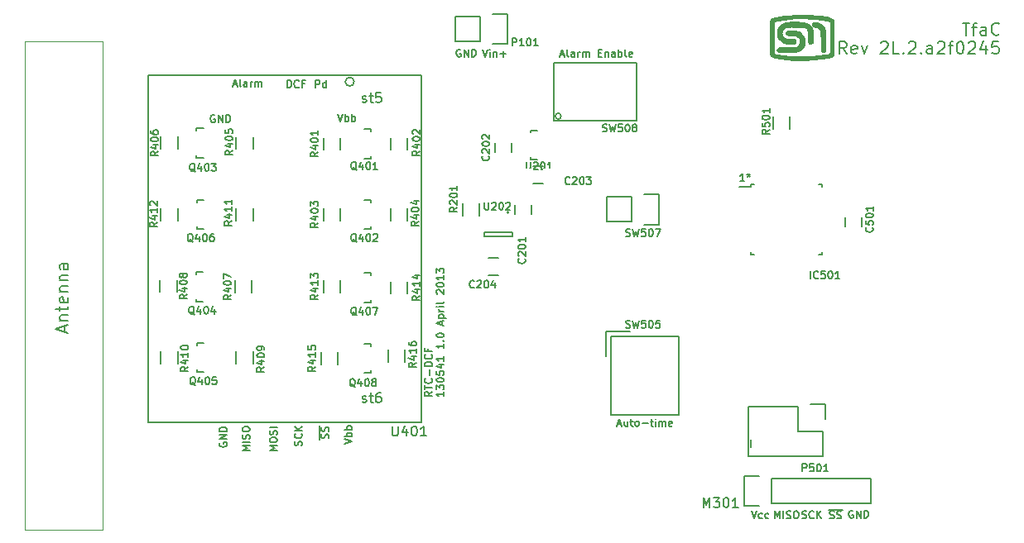
<source format=gto>
G04 #@! TF.FileFunction,Legend,Top*
%FSLAX46Y46*%
G04 Gerber Fmt 4.6, Leading zero omitted, Abs format (unit mm)*
G04 Created by KiCad (PCBNEW 0.201508140901+6091~28~ubuntu14.04.1-product) date Tue 27 Oct 2015 09:22:58 PM CET*
%MOMM*%
G01*
G04 APERTURE LIST*
%ADD10C,0.100000*%
%ADD11C,0.127000*%
%ADD12C,0.076200*%
%ADD13C,0.150000*%
%ADD14C,0.010000*%
%ADD15R,1.250000X1.500000*%
%ADD16R,1.500000X1.250000*%
%ADD17R,1.200000X0.600000*%
%ADD18R,0.600000X1.200000*%
%ADD19R,2.032000X2.032000*%
%ADD20O,2.032000X2.032000*%
%ADD21R,1.727200X1.727200*%
%ADD22O,1.727200X1.727200*%
%ADD23R,0.900000X0.800000*%
%ADD24R,1.300000X1.500000*%
%ADD25R,1.000000X1.150000*%
%ADD26C,0.850000*%
%ADD27C,2.000000*%
%ADD28R,1.000000X0.600000*%
%ADD29R,1.727200X2.032000*%
%ADD30O,1.727200X2.032000*%
%ADD31C,2.032000*%
G04 APERTURE END LIST*
D10*
D11*
X174247629Y-82945514D02*
X173812201Y-82945514D01*
X174029915Y-82945514D02*
X174029915Y-82183514D01*
X173957344Y-82292371D01*
X173884772Y-82364943D01*
X173812201Y-82401229D01*
X174683058Y-82183514D02*
X174683058Y-82364943D01*
X174501629Y-82292371D02*
X174683058Y-82364943D01*
X174864486Y-82292371D01*
X174574201Y-82510086D02*
X174683058Y-82364943D01*
X174791915Y-82510086D01*
X142318014Y-104513743D02*
X141955157Y-104767743D01*
X142318014Y-104949171D02*
X141556014Y-104949171D01*
X141556014Y-104658886D01*
X141592300Y-104586314D01*
X141628586Y-104550029D01*
X141701157Y-104513743D01*
X141810014Y-104513743D01*
X141882586Y-104550029D01*
X141918871Y-104586314D01*
X141955157Y-104658886D01*
X141955157Y-104949171D01*
X141556014Y-104296029D02*
X141556014Y-103860600D01*
X142318014Y-104078314D02*
X141556014Y-104078314D01*
X142245443Y-103171172D02*
X142281729Y-103207458D01*
X142318014Y-103316315D01*
X142318014Y-103388886D01*
X142281729Y-103497743D01*
X142209157Y-103570315D01*
X142136586Y-103606600D01*
X141991443Y-103642886D01*
X141882586Y-103642886D01*
X141737443Y-103606600D01*
X141664871Y-103570315D01*
X141592300Y-103497743D01*
X141556014Y-103388886D01*
X141556014Y-103316315D01*
X141592300Y-103207458D01*
X141628586Y-103171172D01*
X142027729Y-102844600D02*
X142027729Y-102264029D01*
X142318014Y-101901171D02*
X141556014Y-101901171D01*
X141556014Y-101719743D01*
X141592300Y-101610886D01*
X141664871Y-101538314D01*
X141737443Y-101502029D01*
X141882586Y-101465743D01*
X141991443Y-101465743D01*
X142136586Y-101502029D01*
X142209157Y-101538314D01*
X142281729Y-101610886D01*
X142318014Y-101719743D01*
X142318014Y-101901171D01*
X142245443Y-100703743D02*
X142281729Y-100740029D01*
X142318014Y-100848886D01*
X142318014Y-100921457D01*
X142281729Y-101030314D01*
X142209157Y-101102886D01*
X142136586Y-101139171D01*
X141991443Y-101175457D01*
X141882586Y-101175457D01*
X141737443Y-101139171D01*
X141664871Y-101102886D01*
X141592300Y-101030314D01*
X141556014Y-100921457D01*
X141556014Y-100848886D01*
X141592300Y-100740029D01*
X141628586Y-100703743D01*
X141918871Y-100123171D02*
X141918871Y-100377171D01*
X142318014Y-100377171D02*
X141556014Y-100377171D01*
X141556014Y-100014314D01*
X143511814Y-104550029D02*
X143511814Y-104985457D01*
X143511814Y-104767743D02*
X142749814Y-104767743D01*
X142858671Y-104840314D01*
X142931243Y-104912886D01*
X142967529Y-104985457D01*
X142749814Y-104296029D02*
X142749814Y-103824315D01*
X143040100Y-104078315D01*
X143040100Y-103969457D01*
X143076386Y-103896886D01*
X143112671Y-103860600D01*
X143185243Y-103824315D01*
X143366671Y-103824315D01*
X143439243Y-103860600D01*
X143475529Y-103896886D01*
X143511814Y-103969457D01*
X143511814Y-104187172D01*
X143475529Y-104259743D01*
X143439243Y-104296029D01*
X142749814Y-103352601D02*
X142749814Y-103280029D01*
X142786100Y-103207458D01*
X142822386Y-103171172D01*
X142894957Y-103134886D01*
X143040100Y-103098601D01*
X143221529Y-103098601D01*
X143366671Y-103134886D01*
X143439243Y-103171172D01*
X143475529Y-103207458D01*
X143511814Y-103280029D01*
X143511814Y-103352601D01*
X143475529Y-103425172D01*
X143439243Y-103461458D01*
X143366671Y-103497743D01*
X143221529Y-103534029D01*
X143040100Y-103534029D01*
X142894957Y-103497743D01*
X142822386Y-103461458D01*
X142786100Y-103425172D01*
X142749814Y-103352601D01*
X142749814Y-102409172D02*
X142749814Y-102772029D01*
X143112671Y-102808315D01*
X143076386Y-102772029D01*
X143040100Y-102699458D01*
X143040100Y-102518029D01*
X143076386Y-102445458D01*
X143112671Y-102409172D01*
X143185243Y-102372887D01*
X143366671Y-102372887D01*
X143439243Y-102409172D01*
X143475529Y-102445458D01*
X143511814Y-102518029D01*
X143511814Y-102699458D01*
X143475529Y-102772029D01*
X143439243Y-102808315D01*
X143003814Y-101719744D02*
X143511814Y-101719744D01*
X142713529Y-101901173D02*
X143257814Y-102082601D01*
X143257814Y-101610887D01*
X143511814Y-100921459D02*
X143511814Y-101356887D01*
X143511814Y-101139173D02*
X142749814Y-101139173D01*
X142858671Y-101211744D01*
X142931243Y-101284316D01*
X142967529Y-101356887D01*
X143511814Y-99615174D02*
X143511814Y-100050602D01*
X143511814Y-99832888D02*
X142749814Y-99832888D01*
X142858671Y-99905459D01*
X142931243Y-99978031D01*
X142967529Y-100050602D01*
X143439243Y-99288602D02*
X143475529Y-99252317D01*
X143511814Y-99288602D01*
X143475529Y-99324888D01*
X143439243Y-99288602D01*
X143511814Y-99288602D01*
X142749814Y-98780603D02*
X142749814Y-98708031D01*
X142786100Y-98635460D01*
X142822386Y-98599174D01*
X142894957Y-98562888D01*
X143040100Y-98526603D01*
X143221529Y-98526603D01*
X143366671Y-98562888D01*
X143439243Y-98599174D01*
X143475529Y-98635460D01*
X143511814Y-98708031D01*
X143511814Y-98780603D01*
X143475529Y-98853174D01*
X143439243Y-98889460D01*
X143366671Y-98925745D01*
X143221529Y-98962031D01*
X143040100Y-98962031D01*
X142894957Y-98925745D01*
X142822386Y-98889460D01*
X142786100Y-98853174D01*
X142749814Y-98780603D01*
X143294100Y-97655746D02*
X143294100Y-97292889D01*
X143511814Y-97728318D02*
X142749814Y-97474318D01*
X143511814Y-97220318D01*
X143003814Y-96966317D02*
X143765814Y-96966317D01*
X143040100Y-96966317D02*
X143003814Y-96893746D01*
X143003814Y-96748603D01*
X143040100Y-96676032D01*
X143076386Y-96639746D01*
X143148957Y-96603460D01*
X143366671Y-96603460D01*
X143439243Y-96639746D01*
X143475529Y-96676032D01*
X143511814Y-96748603D01*
X143511814Y-96893746D01*
X143475529Y-96966317D01*
X143511814Y-96276888D02*
X143003814Y-96276888D01*
X143148957Y-96276888D02*
X143076386Y-96240603D01*
X143040100Y-96204317D01*
X143003814Y-96131746D01*
X143003814Y-96059174D01*
X143511814Y-95805174D02*
X143003814Y-95805174D01*
X142749814Y-95805174D02*
X142786100Y-95841460D01*
X142822386Y-95805174D01*
X142786100Y-95768889D01*
X142749814Y-95805174D01*
X142822386Y-95805174D01*
X143511814Y-95333460D02*
X143475529Y-95406032D01*
X143402957Y-95442317D01*
X142749814Y-95442317D01*
X142822386Y-94498889D02*
X142786100Y-94462603D01*
X142749814Y-94390032D01*
X142749814Y-94208603D01*
X142786100Y-94136032D01*
X142822386Y-94099746D01*
X142894957Y-94063461D01*
X142967529Y-94063461D01*
X143076386Y-94099746D01*
X143511814Y-94535175D01*
X143511814Y-94063461D01*
X142749814Y-93591747D02*
X142749814Y-93519175D01*
X142786100Y-93446604D01*
X142822386Y-93410318D01*
X142894957Y-93374032D01*
X143040100Y-93337747D01*
X143221529Y-93337747D01*
X143366671Y-93374032D01*
X143439243Y-93410318D01*
X143475529Y-93446604D01*
X143511814Y-93519175D01*
X143511814Y-93591747D01*
X143475529Y-93664318D01*
X143439243Y-93700604D01*
X143366671Y-93736889D01*
X143221529Y-93773175D01*
X143040100Y-93773175D01*
X142894957Y-93736889D01*
X142822386Y-93700604D01*
X142786100Y-93664318D01*
X142749814Y-93591747D01*
X143511814Y-92612033D02*
X143511814Y-93047461D01*
X143511814Y-92829747D02*
X142749814Y-92829747D01*
X142858671Y-92902318D01*
X142931243Y-92974890D01*
X142967529Y-93047461D01*
X142749814Y-92358033D02*
X142749814Y-91886319D01*
X143040100Y-92140319D01*
X143040100Y-92031461D01*
X143076386Y-91958890D01*
X143112671Y-91922604D01*
X143185243Y-91886319D01*
X143366671Y-91886319D01*
X143439243Y-91922604D01*
X143475529Y-91958890D01*
X143511814Y-92031461D01*
X143511814Y-92249176D01*
X143475529Y-92321747D01*
X143439243Y-92358033D01*
X104732667Y-98376619D02*
X104732667Y-97771857D01*
X105095524Y-98497572D02*
X103825524Y-98074238D01*
X105095524Y-97650905D01*
X104248857Y-97227572D02*
X105095524Y-97227572D01*
X104369810Y-97227572D02*
X104309333Y-97167096D01*
X104248857Y-97046143D01*
X104248857Y-96864715D01*
X104309333Y-96743763D01*
X104430286Y-96683286D01*
X105095524Y-96683286D01*
X104248857Y-96259953D02*
X104248857Y-95776143D01*
X103825524Y-96078524D02*
X104914095Y-96078524D01*
X105035048Y-96018048D01*
X105095524Y-95897095D01*
X105095524Y-95776143D01*
X105035048Y-94869001D02*
X105095524Y-94989953D01*
X105095524Y-95231858D01*
X105035048Y-95352810D01*
X104914095Y-95413286D01*
X104430286Y-95413286D01*
X104309333Y-95352810D01*
X104248857Y-95231858D01*
X104248857Y-94989953D01*
X104309333Y-94869001D01*
X104430286Y-94808524D01*
X104551238Y-94808524D01*
X104672190Y-95413286D01*
X104248857Y-94264239D02*
X105095524Y-94264239D01*
X104369810Y-94264239D02*
X104309333Y-94203763D01*
X104248857Y-94082810D01*
X104248857Y-93901382D01*
X104309333Y-93780430D01*
X104430286Y-93719953D01*
X105095524Y-93719953D01*
X104248857Y-93115191D02*
X105095524Y-93115191D01*
X104369810Y-93115191D02*
X104309333Y-93054715D01*
X104248857Y-92933762D01*
X104248857Y-92752334D01*
X104309333Y-92631382D01*
X104430286Y-92570905D01*
X105095524Y-92570905D01*
X105095524Y-91421857D02*
X104430286Y-91421857D01*
X104309333Y-91482334D01*
X104248857Y-91603286D01*
X104248857Y-91845191D01*
X104309333Y-91966143D01*
X105035048Y-91421857D02*
X105095524Y-91542810D01*
X105095524Y-91845191D01*
X105035048Y-91966143D01*
X104914095Y-92026619D01*
X104793143Y-92026619D01*
X104672190Y-91966143D01*
X104611714Y-91845191D01*
X104611714Y-91542810D01*
X104551238Y-91421857D01*
X145215428Y-69469000D02*
X145142857Y-69432714D01*
X145034000Y-69432714D01*
X144925143Y-69469000D01*
X144852571Y-69541571D01*
X144816286Y-69614143D01*
X144780000Y-69759286D01*
X144780000Y-69868143D01*
X144816286Y-70013286D01*
X144852571Y-70085857D01*
X144925143Y-70158429D01*
X145034000Y-70194714D01*
X145106571Y-70194714D01*
X145215428Y-70158429D01*
X145251714Y-70122143D01*
X145251714Y-69868143D01*
X145106571Y-69868143D01*
X145578286Y-70194714D02*
X145578286Y-69432714D01*
X146013714Y-70194714D01*
X146013714Y-69432714D01*
X146376572Y-70194714D02*
X146376572Y-69432714D01*
X146558000Y-69432714D01*
X146666857Y-69469000D01*
X146739429Y-69541571D01*
X146775714Y-69614143D01*
X146812000Y-69759286D01*
X146812000Y-69868143D01*
X146775714Y-70013286D01*
X146739429Y-70085857D01*
X146666857Y-70158429D01*
X146558000Y-70194714D01*
X146376572Y-70194714D01*
X120069428Y-76200000D02*
X119996857Y-76163714D01*
X119888000Y-76163714D01*
X119779143Y-76200000D01*
X119706571Y-76272571D01*
X119670286Y-76345143D01*
X119634000Y-76490286D01*
X119634000Y-76599143D01*
X119670286Y-76744286D01*
X119706571Y-76816857D01*
X119779143Y-76889429D01*
X119888000Y-76925714D01*
X119960571Y-76925714D01*
X120069428Y-76889429D01*
X120105714Y-76853143D01*
X120105714Y-76599143D01*
X119960571Y-76599143D01*
X120432286Y-76925714D02*
X120432286Y-76163714D01*
X120867714Y-76925714D01*
X120867714Y-76163714D01*
X121230572Y-76925714D02*
X121230572Y-76163714D01*
X121412000Y-76163714D01*
X121520857Y-76200000D01*
X121593429Y-76272571D01*
X121629714Y-76345143D01*
X121666000Y-76490286D01*
X121666000Y-76599143D01*
X121629714Y-76744286D01*
X121593429Y-76816857D01*
X121520857Y-76889429D01*
X121412000Y-76925714D01*
X121230572Y-76925714D01*
X121974429Y-73025000D02*
X122337286Y-73025000D01*
X121901857Y-73242714D02*
X122155857Y-72480714D01*
X122409857Y-73242714D01*
X122772715Y-73242714D02*
X122700143Y-73206429D01*
X122663858Y-73133857D01*
X122663858Y-72480714D01*
X123389572Y-73242714D02*
X123389572Y-72843571D01*
X123353286Y-72771000D01*
X123280715Y-72734714D01*
X123135572Y-72734714D01*
X123063001Y-72771000D01*
X123389572Y-73206429D02*
X123317001Y-73242714D01*
X123135572Y-73242714D01*
X123063001Y-73206429D01*
X123026715Y-73133857D01*
X123026715Y-73061286D01*
X123063001Y-72988714D01*
X123135572Y-72952429D01*
X123317001Y-72952429D01*
X123389572Y-72916143D01*
X123752430Y-73242714D02*
X123752430Y-72734714D01*
X123752430Y-72879857D02*
X123788715Y-72807286D01*
X123825001Y-72771000D01*
X123897572Y-72734714D01*
X123970144Y-72734714D01*
X124224144Y-73242714D02*
X124224144Y-72734714D01*
X124224144Y-72807286D02*
X124260429Y-72771000D01*
X124333001Y-72734714D01*
X124441858Y-72734714D01*
X124514429Y-72771000D01*
X124550715Y-72843571D01*
X124550715Y-73242714D01*
X124550715Y-72843571D02*
X124587001Y-72771000D01*
X124659572Y-72734714D01*
X124768429Y-72734714D01*
X124841001Y-72771000D01*
X124877286Y-72843571D01*
X124877286Y-73242714D01*
X127489858Y-73369714D02*
X127489858Y-72607714D01*
X127671286Y-72607714D01*
X127780143Y-72644000D01*
X127852715Y-72716571D01*
X127889000Y-72789143D01*
X127925286Y-72934286D01*
X127925286Y-73043143D01*
X127889000Y-73188286D01*
X127852715Y-73260857D01*
X127780143Y-73333429D01*
X127671286Y-73369714D01*
X127489858Y-73369714D01*
X128687286Y-73297143D02*
X128651000Y-73333429D01*
X128542143Y-73369714D01*
X128469572Y-73369714D01*
X128360715Y-73333429D01*
X128288143Y-73260857D01*
X128251858Y-73188286D01*
X128215572Y-73043143D01*
X128215572Y-72934286D01*
X128251858Y-72789143D01*
X128288143Y-72716571D01*
X128360715Y-72644000D01*
X128469572Y-72607714D01*
X128542143Y-72607714D01*
X128651000Y-72644000D01*
X128687286Y-72680286D01*
X129267858Y-72970571D02*
X129013858Y-72970571D01*
X129013858Y-73369714D02*
X129013858Y-72607714D01*
X129376715Y-72607714D01*
X130392715Y-73369714D02*
X130392715Y-72607714D01*
X130683000Y-72607714D01*
X130755572Y-72644000D01*
X130791857Y-72680286D01*
X130828143Y-72752857D01*
X130828143Y-72861714D01*
X130791857Y-72934286D01*
X130755572Y-72970571D01*
X130683000Y-73006857D01*
X130392715Y-73006857D01*
X131481286Y-73369714D02*
X131481286Y-72607714D01*
X131481286Y-73333429D02*
X131408715Y-73369714D01*
X131263572Y-73369714D01*
X131191000Y-73333429D01*
X131154715Y-73297143D01*
X131118429Y-73224571D01*
X131118429Y-73006857D01*
X131154715Y-72934286D01*
X131191000Y-72898000D01*
X131263572Y-72861714D01*
X131408715Y-72861714D01*
X131481286Y-72898000D01*
X132660571Y-76036714D02*
X132914571Y-76798714D01*
X133168571Y-76036714D01*
X133422572Y-76798714D02*
X133422572Y-76036714D01*
X133422572Y-76327000D02*
X133495143Y-76290714D01*
X133640286Y-76290714D01*
X133712857Y-76327000D01*
X133749143Y-76363286D01*
X133785429Y-76435857D01*
X133785429Y-76653571D01*
X133749143Y-76726143D01*
X133712857Y-76762429D01*
X133640286Y-76798714D01*
X133495143Y-76798714D01*
X133422572Y-76762429D01*
X134112001Y-76798714D02*
X134112001Y-76036714D01*
X134112001Y-76327000D02*
X134184572Y-76290714D01*
X134329715Y-76290714D01*
X134402286Y-76327000D01*
X134438572Y-76363286D01*
X134474858Y-76435857D01*
X134474858Y-76653571D01*
X134438572Y-76726143D01*
X134402286Y-76762429D01*
X134329715Y-76798714D01*
X134184572Y-76798714D01*
X134112001Y-76762429D01*
X120586500Y-109737072D02*
X120550214Y-109809643D01*
X120550214Y-109918500D01*
X120586500Y-110027357D01*
X120659071Y-110099929D01*
X120731643Y-110136214D01*
X120876786Y-110172500D01*
X120985643Y-110172500D01*
X121130786Y-110136214D01*
X121203357Y-110099929D01*
X121275929Y-110027357D01*
X121312214Y-109918500D01*
X121312214Y-109845929D01*
X121275929Y-109737072D01*
X121239643Y-109700786D01*
X120985643Y-109700786D01*
X120985643Y-109845929D01*
X121312214Y-109374214D02*
X120550214Y-109374214D01*
X121312214Y-108938786D01*
X120550214Y-108938786D01*
X121312214Y-108575928D02*
X120550214Y-108575928D01*
X120550214Y-108394500D01*
X120586500Y-108285643D01*
X120659071Y-108213071D01*
X120731643Y-108176786D01*
X120876786Y-108140500D01*
X120985643Y-108140500D01*
X121130786Y-108176786D01*
X121203357Y-108213071D01*
X121275929Y-108285643D01*
X121312214Y-108394500D01*
X121312214Y-108575928D01*
X123661714Y-110544428D02*
X122899714Y-110544428D01*
X123444000Y-110290428D01*
X122899714Y-110036428D01*
X123661714Y-110036428D01*
X123661714Y-109673571D02*
X122899714Y-109673571D01*
X123625429Y-109347000D02*
X123661714Y-109238143D01*
X123661714Y-109056714D01*
X123625429Y-108984143D01*
X123589143Y-108947857D01*
X123516571Y-108911572D01*
X123444000Y-108911572D01*
X123371429Y-108947857D01*
X123335143Y-108984143D01*
X123298857Y-109056714D01*
X123262571Y-109201857D01*
X123226286Y-109274429D01*
X123190000Y-109310714D01*
X123117429Y-109347000D01*
X123044857Y-109347000D01*
X122972286Y-109310714D01*
X122936000Y-109274429D01*
X122899714Y-109201857D01*
X122899714Y-109020429D01*
X122936000Y-108911572D01*
X122899714Y-108439858D02*
X122899714Y-108294715D01*
X122936000Y-108222143D01*
X123008571Y-108149572D01*
X123153714Y-108113286D01*
X123407714Y-108113286D01*
X123552857Y-108149572D01*
X123625429Y-108222143D01*
X123661714Y-108294715D01*
X123661714Y-108439858D01*
X123625429Y-108512429D01*
X123552857Y-108585000D01*
X123407714Y-108621286D01*
X123153714Y-108621286D01*
X123008571Y-108585000D01*
X122936000Y-108512429D01*
X122899714Y-108439858D01*
X126455714Y-110544428D02*
X125693714Y-110544428D01*
X126238000Y-110290428D01*
X125693714Y-110036428D01*
X126455714Y-110036428D01*
X125693714Y-109528429D02*
X125693714Y-109383286D01*
X125730000Y-109310714D01*
X125802571Y-109238143D01*
X125947714Y-109201857D01*
X126201714Y-109201857D01*
X126346857Y-109238143D01*
X126419429Y-109310714D01*
X126455714Y-109383286D01*
X126455714Y-109528429D01*
X126419429Y-109601000D01*
X126346857Y-109673571D01*
X126201714Y-109709857D01*
X125947714Y-109709857D01*
X125802571Y-109673571D01*
X125730000Y-109601000D01*
X125693714Y-109528429D01*
X126419429Y-108911571D02*
X126455714Y-108802714D01*
X126455714Y-108621285D01*
X126419429Y-108548714D01*
X126383143Y-108512428D01*
X126310571Y-108476143D01*
X126238000Y-108476143D01*
X126165429Y-108512428D01*
X126129143Y-108548714D01*
X126092857Y-108621285D01*
X126056571Y-108766428D01*
X126020286Y-108839000D01*
X125984000Y-108875285D01*
X125911429Y-108911571D01*
X125838857Y-108911571D01*
X125766286Y-108875285D01*
X125730000Y-108839000D01*
X125693714Y-108766428D01*
X125693714Y-108585000D01*
X125730000Y-108476143D01*
X126455714Y-108149571D02*
X125693714Y-108149571D01*
X128959429Y-110009214D02*
X128995714Y-109900357D01*
X128995714Y-109718928D01*
X128959429Y-109646357D01*
X128923143Y-109610071D01*
X128850571Y-109573786D01*
X128778000Y-109573786D01*
X128705429Y-109610071D01*
X128669143Y-109646357D01*
X128632857Y-109718928D01*
X128596571Y-109864071D01*
X128560286Y-109936643D01*
X128524000Y-109972928D01*
X128451429Y-110009214D01*
X128378857Y-110009214D01*
X128306286Y-109972928D01*
X128270000Y-109936643D01*
X128233714Y-109864071D01*
X128233714Y-109682643D01*
X128270000Y-109573786D01*
X128923143Y-108811786D02*
X128959429Y-108848072D01*
X128995714Y-108956929D01*
X128995714Y-109029500D01*
X128959429Y-109138357D01*
X128886857Y-109210929D01*
X128814286Y-109247214D01*
X128669143Y-109283500D01*
X128560286Y-109283500D01*
X128415143Y-109247214D01*
X128342571Y-109210929D01*
X128270000Y-109138357D01*
X128233714Y-109029500D01*
X128233714Y-108956929D01*
X128270000Y-108848072D01*
X128306286Y-108811786D01*
X128995714Y-108485214D02*
X128233714Y-108485214D01*
X128995714Y-108049786D02*
X128560286Y-108376357D01*
X128233714Y-108049786D02*
X128669143Y-108485214D01*
X131689929Y-109292571D02*
X131726214Y-109183714D01*
X131726214Y-109002285D01*
X131689929Y-108929714D01*
X131653643Y-108893428D01*
X131581071Y-108857143D01*
X131508500Y-108857143D01*
X131435929Y-108893428D01*
X131399643Y-108929714D01*
X131363357Y-109002285D01*
X131327071Y-109147428D01*
X131290786Y-109220000D01*
X131254500Y-109256285D01*
X131181929Y-109292571D01*
X131109357Y-109292571D01*
X131036786Y-109256285D01*
X131000500Y-109220000D01*
X130964214Y-109147428D01*
X130964214Y-108966000D01*
X131000500Y-108857143D01*
X131689929Y-108566857D02*
X131726214Y-108458000D01*
X131726214Y-108276571D01*
X131689929Y-108204000D01*
X131653643Y-108167714D01*
X131581071Y-108131429D01*
X131508500Y-108131429D01*
X131435929Y-108167714D01*
X131399643Y-108204000D01*
X131363357Y-108276571D01*
X131327071Y-108421714D01*
X131290786Y-108494286D01*
X131254500Y-108530571D01*
X131181929Y-108566857D01*
X131109357Y-108566857D01*
X131036786Y-108530571D01*
X131000500Y-108494286D01*
X130964214Y-108421714D01*
X130964214Y-108240286D01*
X131000500Y-108131429D01*
X130832860Y-109437714D02*
X130832860Y-107986286D01*
X133313714Y-109845929D02*
X134075714Y-109591929D01*
X133313714Y-109337929D01*
X134075714Y-109083928D02*
X133313714Y-109083928D01*
X133604000Y-109083928D02*
X133567714Y-109011357D01*
X133567714Y-108866214D01*
X133604000Y-108793643D01*
X133640286Y-108757357D01*
X133712857Y-108721071D01*
X133930571Y-108721071D01*
X134003143Y-108757357D01*
X134039429Y-108793643D01*
X134075714Y-108866214D01*
X134075714Y-109011357D01*
X134039429Y-109083928D01*
X134075714Y-108394499D02*
X133313714Y-108394499D01*
X133604000Y-108394499D02*
X133567714Y-108321928D01*
X133567714Y-108176785D01*
X133604000Y-108104214D01*
X133640286Y-108067928D01*
X133712857Y-108031642D01*
X133930571Y-108031642D01*
X134003143Y-108067928D01*
X134039429Y-108104214D01*
X134075714Y-108176785D01*
X134075714Y-108321928D01*
X134039429Y-108394499D01*
X161289999Y-107823000D02*
X161652856Y-107823000D01*
X161217427Y-108040714D02*
X161471427Y-107278714D01*
X161725427Y-108040714D01*
X162305999Y-107532714D02*
X162305999Y-108040714D01*
X161979428Y-107532714D02*
X161979428Y-107931857D01*
X162015713Y-108004429D01*
X162088285Y-108040714D01*
X162197142Y-108040714D01*
X162269713Y-108004429D01*
X162305999Y-107968143D01*
X162559999Y-107532714D02*
X162850285Y-107532714D01*
X162668857Y-107278714D02*
X162668857Y-107931857D01*
X162705142Y-108004429D01*
X162777714Y-108040714D01*
X162850285Y-108040714D01*
X163213143Y-108040714D02*
X163140571Y-108004429D01*
X163104286Y-107968143D01*
X163068000Y-107895571D01*
X163068000Y-107677857D01*
X163104286Y-107605286D01*
X163140571Y-107569000D01*
X163213143Y-107532714D01*
X163322000Y-107532714D01*
X163394571Y-107569000D01*
X163430857Y-107605286D01*
X163467143Y-107677857D01*
X163467143Y-107895571D01*
X163430857Y-107968143D01*
X163394571Y-108004429D01*
X163322000Y-108040714D01*
X163213143Y-108040714D01*
X163793715Y-107750429D02*
X164374286Y-107750429D01*
X164628286Y-107532714D02*
X164918572Y-107532714D01*
X164737144Y-107278714D02*
X164737144Y-107931857D01*
X164773429Y-108004429D01*
X164846001Y-108040714D01*
X164918572Y-108040714D01*
X165172573Y-108040714D02*
X165172573Y-107532714D01*
X165172573Y-107278714D02*
X165136287Y-107315000D01*
X165172573Y-107351286D01*
X165208858Y-107315000D01*
X165172573Y-107278714D01*
X165172573Y-107351286D01*
X165535430Y-108040714D02*
X165535430Y-107532714D01*
X165535430Y-107605286D02*
X165571715Y-107569000D01*
X165644287Y-107532714D01*
X165753144Y-107532714D01*
X165825715Y-107569000D01*
X165862001Y-107641571D01*
X165862001Y-108040714D01*
X165862001Y-107641571D02*
X165898287Y-107569000D01*
X165970858Y-107532714D01*
X166079715Y-107532714D01*
X166152287Y-107569000D01*
X166188572Y-107641571D01*
X166188572Y-108040714D01*
X166841715Y-108004429D02*
X166769144Y-108040714D01*
X166624001Y-108040714D01*
X166551430Y-108004429D01*
X166515144Y-107931857D01*
X166515144Y-107641571D01*
X166551430Y-107569000D01*
X166624001Y-107532714D01*
X166769144Y-107532714D01*
X166841715Y-107569000D01*
X166878001Y-107641571D01*
X166878001Y-107714143D01*
X166515144Y-107786714D01*
X155466142Y-69977000D02*
X155828999Y-69977000D01*
X155393570Y-70194714D02*
X155647570Y-69432714D01*
X155901570Y-70194714D01*
X156264428Y-70194714D02*
X156191856Y-70158429D01*
X156155571Y-70085857D01*
X156155571Y-69432714D01*
X156881285Y-70194714D02*
X156881285Y-69795571D01*
X156844999Y-69723000D01*
X156772428Y-69686714D01*
X156627285Y-69686714D01*
X156554714Y-69723000D01*
X156881285Y-70158429D02*
X156808714Y-70194714D01*
X156627285Y-70194714D01*
X156554714Y-70158429D01*
X156518428Y-70085857D01*
X156518428Y-70013286D01*
X156554714Y-69940714D01*
X156627285Y-69904429D01*
X156808714Y-69904429D01*
X156881285Y-69868143D01*
X157244143Y-70194714D02*
X157244143Y-69686714D01*
X157244143Y-69831857D02*
X157280428Y-69759286D01*
X157316714Y-69723000D01*
X157389285Y-69686714D01*
X157461857Y-69686714D01*
X157715857Y-70194714D02*
X157715857Y-69686714D01*
X157715857Y-69759286D02*
X157752142Y-69723000D01*
X157824714Y-69686714D01*
X157933571Y-69686714D01*
X158006142Y-69723000D01*
X158042428Y-69795571D01*
X158042428Y-70194714D01*
X158042428Y-69795571D02*
X158078714Y-69723000D01*
X158151285Y-69686714D01*
X158260142Y-69686714D01*
X158332714Y-69723000D01*
X158368999Y-69795571D01*
X158368999Y-70194714D01*
X159312428Y-69795571D02*
X159566428Y-69795571D01*
X159675285Y-70194714D02*
X159312428Y-70194714D01*
X159312428Y-69432714D01*
X159675285Y-69432714D01*
X160001857Y-69686714D02*
X160001857Y-70194714D01*
X160001857Y-69759286D02*
X160038142Y-69723000D01*
X160110714Y-69686714D01*
X160219571Y-69686714D01*
X160292142Y-69723000D01*
X160328428Y-69795571D01*
X160328428Y-70194714D01*
X161017857Y-70194714D02*
X161017857Y-69795571D01*
X160981571Y-69723000D01*
X160909000Y-69686714D01*
X160763857Y-69686714D01*
X160691286Y-69723000D01*
X161017857Y-70158429D02*
X160945286Y-70194714D01*
X160763857Y-70194714D01*
X160691286Y-70158429D01*
X160655000Y-70085857D01*
X160655000Y-70013286D01*
X160691286Y-69940714D01*
X160763857Y-69904429D01*
X160945286Y-69904429D01*
X161017857Y-69868143D01*
X161380715Y-70194714D02*
X161380715Y-69432714D01*
X161380715Y-69723000D02*
X161453286Y-69686714D01*
X161598429Y-69686714D01*
X161671000Y-69723000D01*
X161707286Y-69759286D01*
X161743572Y-69831857D01*
X161743572Y-70049571D01*
X161707286Y-70122143D01*
X161671000Y-70158429D01*
X161598429Y-70194714D01*
X161453286Y-70194714D01*
X161380715Y-70158429D01*
X162179001Y-70194714D02*
X162106429Y-70158429D01*
X162070144Y-70085857D01*
X162070144Y-69432714D01*
X162759572Y-70158429D02*
X162687001Y-70194714D01*
X162541858Y-70194714D01*
X162469287Y-70158429D01*
X162433001Y-70085857D01*
X162433001Y-69795571D01*
X162469287Y-69723000D01*
X162541858Y-69686714D01*
X162687001Y-69686714D01*
X162759572Y-69723000D01*
X162795858Y-69795571D01*
X162795858Y-69868143D01*
X162433001Y-69940714D01*
X196566971Y-66728824D02*
X197292686Y-66728824D01*
X196929829Y-67998824D02*
X196929829Y-66728824D01*
X197534590Y-67152157D02*
X198018400Y-67152157D01*
X197716019Y-67998824D02*
X197716019Y-66910252D01*
X197776495Y-66789300D01*
X197897448Y-66728824D01*
X198018400Y-66728824D01*
X198986019Y-67998824D02*
X198986019Y-67333586D01*
X198925542Y-67212633D01*
X198804590Y-67152157D01*
X198562685Y-67152157D01*
X198441733Y-67212633D01*
X198986019Y-67938348D02*
X198865066Y-67998824D01*
X198562685Y-67998824D01*
X198441733Y-67938348D01*
X198381257Y-67817395D01*
X198381257Y-67696443D01*
X198441733Y-67575490D01*
X198562685Y-67515014D01*
X198865066Y-67515014D01*
X198986019Y-67454538D01*
X200316495Y-67877871D02*
X200256019Y-67938348D01*
X200074590Y-67998824D01*
X199953638Y-67998824D01*
X199772210Y-67938348D01*
X199651257Y-67817395D01*
X199590781Y-67696443D01*
X199530305Y-67454538D01*
X199530305Y-67273110D01*
X199590781Y-67031205D01*
X199651257Y-66910252D01*
X199772210Y-66789300D01*
X199953638Y-66728824D01*
X200074590Y-66728824D01*
X200256019Y-66789300D01*
X200316495Y-66849776D01*
X184713637Y-69903824D02*
X184290304Y-69299062D01*
X183987923Y-69903824D02*
X183987923Y-68633824D01*
X184471732Y-68633824D01*
X184592685Y-68694300D01*
X184653161Y-68754776D01*
X184713637Y-68875729D01*
X184713637Y-69057157D01*
X184653161Y-69178110D01*
X184592685Y-69238586D01*
X184471732Y-69299062D01*
X183987923Y-69299062D01*
X185741732Y-69843348D02*
X185620780Y-69903824D01*
X185378875Y-69903824D01*
X185257923Y-69843348D01*
X185197447Y-69722395D01*
X185197447Y-69238586D01*
X185257923Y-69117633D01*
X185378875Y-69057157D01*
X185620780Y-69057157D01*
X185741732Y-69117633D01*
X185802209Y-69238586D01*
X185802209Y-69359538D01*
X185197447Y-69480490D01*
X186225542Y-69057157D02*
X186527923Y-69903824D01*
X186830303Y-69057157D01*
X188221256Y-68754776D02*
X188281732Y-68694300D01*
X188402684Y-68633824D01*
X188705065Y-68633824D01*
X188826018Y-68694300D01*
X188886494Y-68754776D01*
X188946970Y-68875729D01*
X188946970Y-68996681D01*
X188886494Y-69178110D01*
X188160780Y-69903824D01*
X188946970Y-69903824D01*
X190096018Y-69903824D02*
X189491256Y-69903824D01*
X189491256Y-68633824D01*
X190519351Y-69782871D02*
X190579827Y-69843348D01*
X190519351Y-69903824D01*
X190458875Y-69843348D01*
X190519351Y-69782871D01*
X190519351Y-69903824D01*
X191063637Y-68754776D02*
X191124113Y-68694300D01*
X191245065Y-68633824D01*
X191547446Y-68633824D01*
X191668399Y-68694300D01*
X191728875Y-68754776D01*
X191789351Y-68875729D01*
X191789351Y-68996681D01*
X191728875Y-69178110D01*
X191003161Y-69903824D01*
X191789351Y-69903824D01*
X192333637Y-69782871D02*
X192394113Y-69843348D01*
X192333637Y-69903824D01*
X192273161Y-69843348D01*
X192333637Y-69782871D01*
X192333637Y-69903824D01*
X193482685Y-69903824D02*
X193482685Y-69238586D01*
X193422208Y-69117633D01*
X193301256Y-69057157D01*
X193059351Y-69057157D01*
X192938399Y-69117633D01*
X193482685Y-69843348D02*
X193361732Y-69903824D01*
X193059351Y-69903824D01*
X192938399Y-69843348D01*
X192877923Y-69722395D01*
X192877923Y-69601443D01*
X192938399Y-69480490D01*
X193059351Y-69420014D01*
X193361732Y-69420014D01*
X193482685Y-69359538D01*
X194026971Y-68754776D02*
X194087447Y-68694300D01*
X194208399Y-68633824D01*
X194510780Y-68633824D01*
X194631733Y-68694300D01*
X194692209Y-68754776D01*
X194752685Y-68875729D01*
X194752685Y-68996681D01*
X194692209Y-69178110D01*
X193966495Y-69903824D01*
X194752685Y-69903824D01*
X195115542Y-69057157D02*
X195599352Y-69057157D01*
X195296971Y-69903824D02*
X195296971Y-68815252D01*
X195357447Y-68694300D01*
X195478400Y-68633824D01*
X195599352Y-68633824D01*
X196264590Y-68633824D02*
X196385542Y-68633824D01*
X196506494Y-68694300D01*
X196566971Y-68754776D01*
X196627447Y-68875729D01*
X196687923Y-69117633D01*
X196687923Y-69420014D01*
X196627447Y-69661919D01*
X196566971Y-69782871D01*
X196506494Y-69843348D01*
X196385542Y-69903824D01*
X196264590Y-69903824D01*
X196143637Y-69843348D01*
X196083161Y-69782871D01*
X196022685Y-69661919D01*
X195962209Y-69420014D01*
X195962209Y-69117633D01*
X196022685Y-68875729D01*
X196083161Y-68754776D01*
X196143637Y-68694300D01*
X196264590Y-68633824D01*
X197171733Y-68754776D02*
X197232209Y-68694300D01*
X197353161Y-68633824D01*
X197655542Y-68633824D01*
X197776495Y-68694300D01*
X197836971Y-68754776D01*
X197897447Y-68875729D01*
X197897447Y-68996681D01*
X197836971Y-69178110D01*
X197111257Y-69903824D01*
X197897447Y-69903824D01*
X198986019Y-69057157D02*
X198986019Y-69903824D01*
X198683638Y-68573348D02*
X198381257Y-69480490D01*
X199167447Y-69480490D01*
X200256019Y-68633824D02*
X199651257Y-68633824D01*
X199590781Y-69238586D01*
X199651257Y-69178110D01*
X199772209Y-69117633D01*
X200074590Y-69117633D01*
X200195543Y-69178110D01*
X200256019Y-69238586D01*
X200316495Y-69359538D01*
X200316495Y-69661919D01*
X200256019Y-69782871D01*
X200195543Y-69843348D01*
X200074590Y-69903824D01*
X199772209Y-69903824D01*
X199651257Y-69843348D01*
X199590781Y-69782871D01*
X147465142Y-69432714D02*
X147719142Y-70194714D01*
X147973142Y-69432714D01*
X148227143Y-70194714D02*
X148227143Y-69686714D01*
X148227143Y-69432714D02*
X148190857Y-69469000D01*
X148227143Y-69505286D01*
X148263428Y-69469000D01*
X148227143Y-69432714D01*
X148227143Y-69505286D01*
X148590000Y-69686714D02*
X148590000Y-70194714D01*
X148590000Y-69759286D02*
X148626285Y-69723000D01*
X148698857Y-69686714D01*
X148807714Y-69686714D01*
X148880285Y-69723000D01*
X148916571Y-69795571D01*
X148916571Y-70194714D01*
X149279429Y-69904429D02*
X149860000Y-69904429D01*
X149569714Y-70194714D02*
X149569714Y-69614143D01*
X185347428Y-116713000D02*
X185274857Y-116676714D01*
X185166000Y-116676714D01*
X185057143Y-116713000D01*
X184984571Y-116785571D01*
X184948286Y-116858143D01*
X184912000Y-117003286D01*
X184912000Y-117112143D01*
X184948286Y-117257286D01*
X184984571Y-117329857D01*
X185057143Y-117402429D01*
X185166000Y-117438714D01*
X185238571Y-117438714D01*
X185347428Y-117402429D01*
X185383714Y-117366143D01*
X185383714Y-117112143D01*
X185238571Y-117112143D01*
X185710286Y-117438714D02*
X185710286Y-116676714D01*
X186145714Y-117438714D01*
X186145714Y-116676714D01*
X186508572Y-117438714D02*
X186508572Y-116676714D01*
X186690000Y-116676714D01*
X186798857Y-116713000D01*
X186871429Y-116785571D01*
X186907714Y-116858143D01*
X186944000Y-117003286D01*
X186944000Y-117112143D01*
X186907714Y-117257286D01*
X186871429Y-117329857D01*
X186798857Y-117402429D01*
X186690000Y-117438714D01*
X186508572Y-117438714D01*
X182985229Y-117478629D02*
X183094086Y-117514914D01*
X183275515Y-117514914D01*
X183348086Y-117478629D01*
X183384372Y-117442343D01*
X183420657Y-117369771D01*
X183420657Y-117297200D01*
X183384372Y-117224629D01*
X183348086Y-117188343D01*
X183275515Y-117152057D01*
X183130372Y-117115771D01*
X183057800Y-117079486D01*
X183021515Y-117043200D01*
X182985229Y-116970629D01*
X182985229Y-116898057D01*
X183021515Y-116825486D01*
X183057800Y-116789200D01*
X183130372Y-116752914D01*
X183311800Y-116752914D01*
X183420657Y-116789200D01*
X183710943Y-117478629D02*
X183819800Y-117514914D01*
X184001229Y-117514914D01*
X184073800Y-117478629D01*
X184110086Y-117442343D01*
X184146371Y-117369771D01*
X184146371Y-117297200D01*
X184110086Y-117224629D01*
X184073800Y-117188343D01*
X184001229Y-117152057D01*
X183856086Y-117115771D01*
X183783514Y-117079486D01*
X183747229Y-117043200D01*
X183710943Y-116970629D01*
X183710943Y-116898057D01*
X183747229Y-116825486D01*
X183783514Y-116789200D01*
X183856086Y-116752914D01*
X184037514Y-116752914D01*
X184146371Y-116789200D01*
X182840086Y-116621560D02*
X184291514Y-116621560D01*
X180147686Y-117453229D02*
X180256543Y-117489514D01*
X180437972Y-117489514D01*
X180510543Y-117453229D01*
X180546829Y-117416943D01*
X180583114Y-117344371D01*
X180583114Y-117271800D01*
X180546829Y-117199229D01*
X180510543Y-117162943D01*
X180437972Y-117126657D01*
X180292829Y-117090371D01*
X180220257Y-117054086D01*
X180183972Y-117017800D01*
X180147686Y-116945229D01*
X180147686Y-116872657D01*
X180183972Y-116800086D01*
X180220257Y-116763800D01*
X180292829Y-116727514D01*
X180474257Y-116727514D01*
X180583114Y-116763800D01*
X181345114Y-117416943D02*
X181308828Y-117453229D01*
X181199971Y-117489514D01*
X181127400Y-117489514D01*
X181018543Y-117453229D01*
X180945971Y-117380657D01*
X180909686Y-117308086D01*
X180873400Y-117162943D01*
X180873400Y-117054086D01*
X180909686Y-116908943D01*
X180945971Y-116836371D01*
X181018543Y-116763800D01*
X181127400Y-116727514D01*
X181199971Y-116727514D01*
X181308828Y-116763800D01*
X181345114Y-116800086D01*
X181671686Y-117489514D02*
X181671686Y-116727514D01*
X182107114Y-117489514D02*
X181780543Y-117054086D01*
X182107114Y-116727514D02*
X181671686Y-117162943D01*
X177364572Y-117514914D02*
X177364572Y-116752914D01*
X177618572Y-117297200D01*
X177872572Y-116752914D01*
X177872572Y-117514914D01*
X178235429Y-117514914D02*
X178235429Y-116752914D01*
X178562000Y-117478629D02*
X178670857Y-117514914D01*
X178852286Y-117514914D01*
X178924857Y-117478629D01*
X178961143Y-117442343D01*
X178997428Y-117369771D01*
X178997428Y-117297200D01*
X178961143Y-117224629D01*
X178924857Y-117188343D01*
X178852286Y-117152057D01*
X178707143Y-117115771D01*
X178634571Y-117079486D01*
X178598286Y-117043200D01*
X178562000Y-116970629D01*
X178562000Y-116898057D01*
X178598286Y-116825486D01*
X178634571Y-116789200D01*
X178707143Y-116752914D01*
X178888571Y-116752914D01*
X178997428Y-116789200D01*
X179469142Y-116752914D02*
X179614285Y-116752914D01*
X179686857Y-116789200D01*
X179759428Y-116861771D01*
X179795714Y-117006914D01*
X179795714Y-117260914D01*
X179759428Y-117406057D01*
X179686857Y-117478629D01*
X179614285Y-117514914D01*
X179469142Y-117514914D01*
X179396571Y-117478629D01*
X179324000Y-117406057D01*
X179287714Y-117260914D01*
X179287714Y-117006914D01*
X179324000Y-116861771D01*
X179396571Y-116789200D01*
X179469142Y-116752914D01*
X174987857Y-116727514D02*
X175241857Y-117489514D01*
X175495857Y-116727514D01*
X176076429Y-117453229D02*
X176003858Y-117489514D01*
X175858715Y-117489514D01*
X175786143Y-117453229D01*
X175749858Y-117416943D01*
X175713572Y-117344371D01*
X175713572Y-117126657D01*
X175749858Y-117054086D01*
X175786143Y-117017800D01*
X175858715Y-116981514D01*
X176003858Y-116981514D01*
X176076429Y-117017800D01*
X176729572Y-117453229D02*
X176657001Y-117489514D01*
X176511858Y-117489514D01*
X176439286Y-117453229D01*
X176403001Y-117416943D01*
X176366715Y-117344371D01*
X176366715Y-117126657D01*
X176403001Y-117054086D01*
X176439286Y-117017800D01*
X176511858Y-116981514D01*
X176657001Y-116981514D01*
X176729572Y-117017800D01*
X174897144Y-110199714D02*
X174897144Y-109437714D01*
X175223715Y-110163429D02*
X175332572Y-110199714D01*
X175514001Y-110199714D01*
X175586572Y-110163429D01*
X175622858Y-110127143D01*
X175659143Y-110054571D01*
X175659143Y-109982000D01*
X175622858Y-109909429D01*
X175586572Y-109873143D01*
X175514001Y-109836857D01*
X175368858Y-109800571D01*
X175296286Y-109764286D01*
X175260001Y-109728000D01*
X175223715Y-109655429D01*
X175223715Y-109582857D01*
X175260001Y-109510286D01*
X175296286Y-109474000D01*
X175368858Y-109437714D01*
X175550286Y-109437714D01*
X175659143Y-109474000D01*
X175985715Y-110199714D02*
X175985715Y-109437714D01*
X176276000Y-109437714D01*
X176348572Y-109474000D01*
X176384857Y-109510286D01*
X176421143Y-109582857D01*
X176421143Y-109691714D01*
X176384857Y-109764286D01*
X176348572Y-109800571D01*
X176276000Y-109836857D01*
X175985715Y-109836857D01*
D12*
X100651018Y-68654471D02*
X108651019Y-68654470D01*
X100651018Y-118654471D02*
X100651018Y-68654471D01*
X108651019Y-118654470D02*
X100651018Y-118654471D01*
X108651019Y-68654470D02*
X108651019Y-118654470D01*
D13*
X152488000Y-86352000D02*
X152488000Y-85352000D01*
X150788000Y-85352000D02*
X150788000Y-86352000D01*
X150456000Y-80002000D02*
X150456000Y-79002000D01*
X148756000Y-79002000D02*
X148756000Y-80002000D01*
X152662000Y-83146000D02*
X153662000Y-83146000D01*
X153662000Y-81446000D02*
X152662000Y-81446000D01*
X148090000Y-92544000D02*
X149090000Y-92544000D01*
X149090000Y-90844000D02*
X148090000Y-90844000D01*
X184570000Y-86622000D02*
X184570000Y-87622000D01*
X186270000Y-87622000D02*
X186270000Y-86622000D01*
X174937000Y-83243000D02*
X174937000Y-83543000D01*
X182187000Y-83243000D02*
X182187000Y-83543000D01*
X182187000Y-90493000D02*
X182187000Y-90193000D01*
X174937000Y-90493000D02*
X174937000Y-90193000D01*
X174937000Y-83243000D02*
X175237000Y-83243000D01*
X174937000Y-90493000D02*
X175237000Y-90493000D01*
X182187000Y-90493000D02*
X181887000Y-90493000D01*
X182187000Y-83243000D02*
X181887000Y-83243000D01*
X174937000Y-83543000D02*
X173712000Y-83543000D01*
X147218400Y-68630800D02*
X144678400Y-68630800D01*
X150038400Y-68910800D02*
X148488400Y-68910800D01*
X147218400Y-68630800D02*
X147218400Y-66090800D01*
X148488400Y-65810800D02*
X150038400Y-65810800D01*
X150038400Y-65810800D02*
X150038400Y-68910800D01*
X147218400Y-66090800D02*
X144678400Y-66090800D01*
X144678400Y-66090800D02*
X144678400Y-68630800D01*
X179705000Y-106045000D02*
X174625000Y-106045000D01*
X182525000Y-105765000D02*
X182525000Y-107315000D01*
X182245000Y-108585000D02*
X179705000Y-108585000D01*
X179705000Y-108585000D02*
X179705000Y-106045000D01*
X174625000Y-106045000D02*
X174625000Y-111125000D01*
X174625000Y-111125000D02*
X179705000Y-111125000D01*
X182525000Y-105765000D02*
X180975000Y-105765000D01*
X182245000Y-111125000D02*
X182245000Y-108585000D01*
X179705000Y-111125000D02*
X182245000Y-111125000D01*
X136032240Y-80420160D02*
X136032240Y-80371900D01*
X135331200Y-77621180D02*
X136032240Y-77621180D01*
X136032240Y-77621180D02*
X136032240Y-77870100D01*
X136032240Y-80420160D02*
X136032240Y-80620820D01*
X136032240Y-80620820D02*
X135331200Y-80620820D01*
X136032240Y-87659160D02*
X136032240Y-87610900D01*
X135331200Y-84860180D02*
X136032240Y-84860180D01*
X136032240Y-84860180D02*
X136032240Y-85109100D01*
X136032240Y-87659160D02*
X136032240Y-87859820D01*
X136032240Y-87859820D02*
X135331200Y-87859820D01*
X118221760Y-77745640D02*
X118221760Y-77793900D01*
X118922800Y-80544620D02*
X118221760Y-80544620D01*
X118221760Y-80544620D02*
X118221760Y-80295700D01*
X118221760Y-77745640D02*
X118221760Y-77544980D01*
X118221760Y-77544980D02*
X118922800Y-77544980D01*
X118145560Y-92477640D02*
X118145560Y-92525900D01*
X118846600Y-95276620D02*
X118145560Y-95276620D01*
X118145560Y-95276620D02*
X118145560Y-95027700D01*
X118145560Y-92477640D02*
X118145560Y-92276980D01*
X118145560Y-92276980D02*
X118846600Y-92276980D01*
X118272560Y-99716640D02*
X118272560Y-99764900D01*
X118973600Y-102515620D02*
X118272560Y-102515620D01*
X118272560Y-102515620D02*
X118272560Y-102266700D01*
X118272560Y-99716640D02*
X118272560Y-99515980D01*
X118272560Y-99515980D02*
X118973600Y-99515980D01*
X118272560Y-85060840D02*
X118272560Y-85109100D01*
X118973600Y-87859820D02*
X118272560Y-87859820D01*
X118272560Y-87859820D02*
X118272560Y-87610900D01*
X118272560Y-85060840D02*
X118272560Y-84860180D01*
X118272560Y-84860180D02*
X118973600Y-84860180D01*
X136032240Y-95152160D02*
X136032240Y-95103900D01*
X135331200Y-92353180D02*
X136032240Y-92353180D01*
X136032240Y-92353180D02*
X136032240Y-92602100D01*
X136032240Y-95152160D02*
X136032240Y-95352820D01*
X136032240Y-95352820D02*
X135331200Y-95352820D01*
X136032240Y-102391160D02*
X136032240Y-102342900D01*
X135331200Y-99592180D02*
X136032240Y-99592180D01*
X136032240Y-99592180D02*
X136032240Y-99841100D01*
X136032240Y-102391160D02*
X136032240Y-102591820D01*
X136032240Y-102591820D02*
X135331200Y-102591820D01*
X147179000Y-85252000D02*
X147179000Y-86452000D01*
X145429000Y-86452000D02*
X145429000Y-85252000D01*
X131205000Y-79721000D02*
X131205000Y-78521000D01*
X132955000Y-78521000D02*
X132955000Y-79721000D01*
X138063000Y-79721000D02*
X138063000Y-78521000D01*
X139813000Y-78521000D02*
X139813000Y-79721000D01*
X131205000Y-86960000D02*
X131205000Y-85760000D01*
X132955000Y-85760000D02*
X132955000Y-86960000D01*
X138063000Y-86960000D02*
X138063000Y-85760000D01*
X139813000Y-85760000D02*
X139813000Y-86960000D01*
X124014200Y-78444800D02*
X124014200Y-79644800D01*
X122264200Y-79644800D02*
X122264200Y-78444800D01*
X116292600Y-78394000D02*
X116292600Y-79594000D01*
X114542600Y-79594000D02*
X114542600Y-78394000D01*
X123887200Y-93126000D02*
X123887200Y-94326000D01*
X122137200Y-94326000D02*
X122137200Y-93126000D01*
X116216400Y-93075200D02*
X116216400Y-94275200D01*
X114466400Y-94275200D02*
X114466400Y-93075200D01*
X124014200Y-100415800D02*
X124014200Y-101615800D01*
X122264200Y-101615800D02*
X122264200Y-100415800D01*
X116292600Y-100415800D02*
X116292600Y-101615800D01*
X114542600Y-101615800D02*
X114542600Y-100415800D01*
X124014200Y-85760000D02*
X124014200Y-86960000D01*
X122264200Y-86960000D02*
X122264200Y-85760000D01*
X116292600Y-85760000D02*
X116292600Y-86960000D01*
X114542600Y-86960000D02*
X114542600Y-85760000D01*
X131205000Y-94326000D02*
X131205000Y-93126000D01*
X132955000Y-93126000D02*
X132955000Y-94326000D01*
X138063000Y-94453000D02*
X138063000Y-93253000D01*
X139813000Y-93253000D02*
X139813000Y-94453000D01*
X130951000Y-101692000D02*
X130951000Y-100492000D01*
X132701000Y-100492000D02*
X132701000Y-101692000D01*
X137809000Y-101438000D02*
X137809000Y-100238000D01*
X139559000Y-100238000D02*
X139559000Y-101438000D01*
X177179000Y-77562000D02*
X177179000Y-76362000D01*
X178929000Y-76362000D02*
X178929000Y-77562000D01*
D11*
X162584000Y-98370000D02*
X160084000Y-98370000D01*
X160084000Y-98370000D02*
X160084000Y-100870000D01*
X160584000Y-98870000D02*
X167584000Y-98870000D01*
X167584000Y-98870000D02*
X167584000Y-106870000D01*
X167584000Y-106870000D02*
X160584000Y-106870000D01*
X160584000Y-106870000D02*
X160584000Y-98870000D01*
D13*
X162687000Y-87122000D02*
X160147000Y-87122000D01*
X165507000Y-87402000D02*
X163957000Y-87402000D01*
X162687000Y-87122000D02*
X162687000Y-84582000D01*
X163957000Y-84302000D02*
X165507000Y-84302000D01*
X165507000Y-84302000D02*
X165507000Y-87402000D01*
X162687000Y-84582000D02*
X160147000Y-84582000D01*
X160147000Y-84582000D02*
X160147000Y-87122000D01*
D11*
X155504000Y-76287000D02*
G75*
G03X155504000Y-76287000I-300000J0D01*
G01*
X154754000Y-70787000D02*
X163254000Y-70787000D01*
X163254000Y-70787000D02*
X163254000Y-76787000D01*
X163254000Y-76787000D02*
X154754000Y-76787000D01*
X154754000Y-76787000D02*
X154754000Y-70787000D01*
D13*
X153085800Y-80747820D02*
X152384760Y-80747820D01*
X152384760Y-80747820D02*
X152384760Y-80498900D01*
X152384760Y-77948840D02*
X152384760Y-77748180D01*
X152384760Y-77748180D02*
X153085800Y-77748180D01*
X150148000Y-86142000D02*
G75*
G03X150148000Y-86142000I-100000J0D01*
G01*
X150548000Y-88642000D02*
X150548000Y-88142000D01*
X147648000Y-88642000D02*
X150548000Y-88642000D01*
X147648000Y-88142000D02*
X147648000Y-88642000D01*
X150548000Y-88142000D02*
X147648000Y-88142000D01*
X175768000Y-116231000D02*
X174218000Y-116231000D01*
X174218000Y-116231000D02*
X174218000Y-113131000D01*
X174218000Y-113131000D02*
X175768000Y-113131000D01*
X177038000Y-113411000D02*
X187198000Y-113411000D01*
X187198000Y-113411000D02*
X187198000Y-115951000D01*
X187198000Y-115951000D02*
X177038000Y-115951000D01*
X177038000Y-113411000D02*
X177038000Y-115951000D01*
D11*
X134331214Y-72754000D02*
G75*
G03X134331214Y-72754000I-447214J0D01*
G01*
D13*
X141224000Y-107696000D02*
X113284000Y-107696000D01*
X113284000Y-107696000D02*
X113284000Y-72136000D01*
X113284000Y-72136000D02*
X141224000Y-72136000D01*
X141224000Y-72136000D02*
X141224000Y-107696000D01*
D14*
G36*
X180991768Y-65917854D02*
X181714009Y-65979638D01*
X182180577Y-66040676D01*
X182448524Y-66083310D01*
X182676401Y-66125806D01*
X182866464Y-66168784D01*
X183020970Y-66212865D01*
X183142174Y-66258669D01*
X183232332Y-66306818D01*
X183278823Y-66342848D01*
X183298125Y-66360503D01*
X183315010Y-66376933D01*
X183329639Y-66394931D01*
X183342175Y-66417293D01*
X183352778Y-66446814D01*
X183361609Y-66486287D01*
X183368831Y-66538509D01*
X183374605Y-66606273D01*
X183379091Y-66692374D01*
X183382451Y-66799607D01*
X183384848Y-66930767D01*
X183386441Y-67088649D01*
X183387392Y-67276047D01*
X183387864Y-67495755D01*
X183388016Y-67750569D01*
X183388011Y-68043284D01*
X183388000Y-68233599D01*
X183387983Y-68544458D01*
X183387885Y-68815831D01*
X183387639Y-69050568D01*
X183387173Y-69251518D01*
X183386419Y-69421528D01*
X183385308Y-69563447D01*
X183383769Y-69680125D01*
X183381735Y-69774408D01*
X183379134Y-69849146D01*
X183375898Y-69907187D01*
X183371958Y-69951380D01*
X183367244Y-69984574D01*
X183361686Y-70009616D01*
X183355216Y-70029355D01*
X183347764Y-70046640D01*
X183343633Y-70055283D01*
X183279851Y-70143992D01*
X183182675Y-70213297D01*
X183049734Y-70264654D01*
X182972269Y-70283410D01*
X182803513Y-70314971D01*
X182600120Y-70347660D01*
X182369740Y-70380565D01*
X182120021Y-70412774D01*
X181858610Y-70443376D01*
X181593157Y-70471458D01*
X181331310Y-70496110D01*
X181080716Y-70516419D01*
X180932666Y-70526536D01*
X180839002Y-70530994D01*
X180713311Y-70534883D01*
X180562104Y-70538177D01*
X180391891Y-70540845D01*
X180209182Y-70542860D01*
X180020489Y-70544193D01*
X179832322Y-70544815D01*
X179651190Y-70544698D01*
X179483606Y-70543812D01*
X179336078Y-70542130D01*
X179215118Y-70539623D01*
X179127237Y-70536261D01*
X179101750Y-70534587D01*
X178897823Y-70517901D01*
X178727310Y-70503121D01*
X178581382Y-70489328D01*
X178451213Y-70475603D01*
X178327977Y-70461026D01*
X178202847Y-70444679D01*
X178097654Y-70430023D01*
X177947431Y-70407323D01*
X177783606Y-70380351D01*
X177622466Y-70351922D01*
X177480299Y-70324855D01*
X177430904Y-70314726D01*
X177279773Y-70279928D01*
X177163437Y-70245378D01*
X177074521Y-70207606D01*
X177005652Y-70163141D01*
X176949456Y-70108514D01*
X176923578Y-70076000D01*
X176915540Y-70064555D01*
X176908527Y-70051455D01*
X176902455Y-70033874D01*
X176897243Y-70008985D01*
X176892810Y-69973961D01*
X176889075Y-69925975D01*
X176885955Y-69862203D01*
X176883369Y-69779816D01*
X176881236Y-69675988D01*
X176879474Y-69547893D01*
X176878002Y-69392704D01*
X176876739Y-69207594D01*
X176875601Y-68989738D01*
X176874509Y-68736308D01*
X176873381Y-68444478D01*
X176872912Y-68319167D01*
X176872670Y-68241333D01*
X177249666Y-68241333D01*
X177249708Y-68544844D01*
X177249876Y-68808795D01*
X177250230Y-69035959D01*
X177250834Y-69229108D01*
X177251749Y-69391016D01*
X177253036Y-69524456D01*
X177254759Y-69632201D01*
X177256978Y-69717024D01*
X177259756Y-69781697D01*
X177263154Y-69828995D01*
X177267235Y-69861689D01*
X177272060Y-69882553D01*
X177277691Y-69894360D01*
X177284190Y-69899883D01*
X177286708Y-69900852D01*
X177348015Y-69916549D01*
X177442865Y-69937002D01*
X177562929Y-69960714D01*
X177699882Y-69986187D01*
X177845395Y-70011927D01*
X177991143Y-70036434D01*
X178128797Y-70058214D01*
X178250032Y-70075770D01*
X178286833Y-70080612D01*
X178983303Y-70149599D01*
X179692744Y-70180864D01*
X180418163Y-70174521D01*
X180594000Y-70167460D01*
X181194267Y-70130932D01*
X181770485Y-70078034D01*
X182096833Y-70039274D01*
X182233730Y-70020855D01*
X182377815Y-70000291D01*
X182521658Y-69978763D01*
X182657825Y-69957450D01*
X182778887Y-69937532D01*
X182877410Y-69920190D01*
X182945963Y-69906602D01*
X182969958Y-69900642D01*
X182976779Y-69896717D01*
X182982711Y-69887487D01*
X182987814Y-69870177D01*
X182992151Y-69842015D01*
X182995783Y-69800229D01*
X182998773Y-69742046D01*
X183001183Y-69664692D01*
X183003074Y-69565394D01*
X183004508Y-69441381D01*
X183005547Y-69289879D01*
X183006254Y-69108115D01*
X183006689Y-68893316D01*
X183006916Y-68642711D01*
X183006995Y-68353524D01*
X183007000Y-68241548D01*
X183007000Y-66593616D01*
X182938208Y-66571109D01*
X182870422Y-66552477D01*
X182769079Y-66529217D01*
X182642491Y-66502939D01*
X182498972Y-66475253D01*
X182346837Y-66447769D01*
X182194398Y-66422095D01*
X182065083Y-66402055D01*
X181565216Y-66340775D01*
X181038217Y-66299367D01*
X180494401Y-66277962D01*
X179944083Y-66276690D01*
X179397577Y-66295680D01*
X178865200Y-66335062D01*
X178638204Y-66358871D01*
X178455414Y-66381336D01*
X178262840Y-66407574D01*
X178067660Y-66436400D01*
X177877050Y-66466624D01*
X177698189Y-66497059D01*
X177538254Y-66526518D01*
X177404423Y-66553812D01*
X177303872Y-66577754D01*
X177286708Y-66582517D01*
X177279887Y-66586348D01*
X177273956Y-66595490D01*
X177268853Y-66612715D01*
X177264516Y-66640795D01*
X177260884Y-66682503D01*
X177257894Y-66740609D01*
X177255484Y-66817886D01*
X177253593Y-66917105D01*
X177252159Y-67041039D01*
X177251119Y-67192458D01*
X177250412Y-67374136D01*
X177249977Y-67588844D01*
X177249750Y-67839353D01*
X177249671Y-68128435D01*
X177249666Y-68241333D01*
X176872670Y-68241333D01*
X176872082Y-68052560D01*
X176871608Y-67796558D01*
X176871476Y-67554558D01*
X176871673Y-67329956D01*
X176872187Y-67126149D01*
X176873004Y-66946533D01*
X176874111Y-66794504D01*
X176875495Y-66673459D01*
X176877144Y-66586795D01*
X176879044Y-66537908D01*
X176879747Y-66530477D01*
X176912777Y-66434826D01*
X176977935Y-66345532D01*
X177065322Y-66274019D01*
X177129304Y-66242502D01*
X177207279Y-66218877D01*
X177321163Y-66191611D01*
X177464789Y-66161735D01*
X177631992Y-66130281D01*
X177816604Y-66098280D01*
X178012461Y-66066766D01*
X178213395Y-66036769D01*
X178413241Y-66009321D01*
X178605833Y-65985455D01*
X178773666Y-65967316D01*
X179525020Y-65911767D01*
X180263246Y-65895255D01*
X180991768Y-65917854D01*
X180991768Y-65917854D01*
G37*
X180991768Y-65917854D02*
X181714009Y-65979638D01*
X182180577Y-66040676D01*
X182448524Y-66083310D01*
X182676401Y-66125806D01*
X182866464Y-66168784D01*
X183020970Y-66212865D01*
X183142174Y-66258669D01*
X183232332Y-66306818D01*
X183278823Y-66342848D01*
X183298125Y-66360503D01*
X183315010Y-66376933D01*
X183329639Y-66394931D01*
X183342175Y-66417293D01*
X183352778Y-66446814D01*
X183361609Y-66486287D01*
X183368831Y-66538509D01*
X183374605Y-66606273D01*
X183379091Y-66692374D01*
X183382451Y-66799607D01*
X183384848Y-66930767D01*
X183386441Y-67088649D01*
X183387392Y-67276047D01*
X183387864Y-67495755D01*
X183388016Y-67750569D01*
X183388011Y-68043284D01*
X183388000Y-68233599D01*
X183387983Y-68544458D01*
X183387885Y-68815831D01*
X183387639Y-69050568D01*
X183387173Y-69251518D01*
X183386419Y-69421528D01*
X183385308Y-69563447D01*
X183383769Y-69680125D01*
X183381735Y-69774408D01*
X183379134Y-69849146D01*
X183375898Y-69907187D01*
X183371958Y-69951380D01*
X183367244Y-69984574D01*
X183361686Y-70009616D01*
X183355216Y-70029355D01*
X183347764Y-70046640D01*
X183343633Y-70055283D01*
X183279851Y-70143992D01*
X183182675Y-70213297D01*
X183049734Y-70264654D01*
X182972269Y-70283410D01*
X182803513Y-70314971D01*
X182600120Y-70347660D01*
X182369740Y-70380565D01*
X182120021Y-70412774D01*
X181858610Y-70443376D01*
X181593157Y-70471458D01*
X181331310Y-70496110D01*
X181080716Y-70516419D01*
X180932666Y-70526536D01*
X180839002Y-70530994D01*
X180713311Y-70534883D01*
X180562104Y-70538177D01*
X180391891Y-70540845D01*
X180209182Y-70542860D01*
X180020489Y-70544193D01*
X179832322Y-70544815D01*
X179651190Y-70544698D01*
X179483606Y-70543812D01*
X179336078Y-70542130D01*
X179215118Y-70539623D01*
X179127237Y-70536261D01*
X179101750Y-70534587D01*
X178897823Y-70517901D01*
X178727310Y-70503121D01*
X178581382Y-70489328D01*
X178451213Y-70475603D01*
X178327977Y-70461026D01*
X178202847Y-70444679D01*
X178097654Y-70430023D01*
X177947431Y-70407323D01*
X177783606Y-70380351D01*
X177622466Y-70351922D01*
X177480299Y-70324855D01*
X177430904Y-70314726D01*
X177279773Y-70279928D01*
X177163437Y-70245378D01*
X177074521Y-70207606D01*
X177005652Y-70163141D01*
X176949456Y-70108514D01*
X176923578Y-70076000D01*
X176915540Y-70064555D01*
X176908527Y-70051455D01*
X176902455Y-70033874D01*
X176897243Y-70008985D01*
X176892810Y-69973961D01*
X176889075Y-69925975D01*
X176885955Y-69862203D01*
X176883369Y-69779816D01*
X176881236Y-69675988D01*
X176879474Y-69547893D01*
X176878002Y-69392704D01*
X176876739Y-69207594D01*
X176875601Y-68989738D01*
X176874509Y-68736308D01*
X176873381Y-68444478D01*
X176872912Y-68319167D01*
X176872670Y-68241333D01*
X177249666Y-68241333D01*
X177249708Y-68544844D01*
X177249876Y-68808795D01*
X177250230Y-69035959D01*
X177250834Y-69229108D01*
X177251749Y-69391016D01*
X177253036Y-69524456D01*
X177254759Y-69632201D01*
X177256978Y-69717024D01*
X177259756Y-69781697D01*
X177263154Y-69828995D01*
X177267235Y-69861689D01*
X177272060Y-69882553D01*
X177277691Y-69894360D01*
X177284190Y-69899883D01*
X177286708Y-69900852D01*
X177348015Y-69916549D01*
X177442865Y-69937002D01*
X177562929Y-69960714D01*
X177699882Y-69986187D01*
X177845395Y-70011927D01*
X177991143Y-70036434D01*
X178128797Y-70058214D01*
X178250032Y-70075770D01*
X178286833Y-70080612D01*
X178983303Y-70149599D01*
X179692744Y-70180864D01*
X180418163Y-70174521D01*
X180594000Y-70167460D01*
X181194267Y-70130932D01*
X181770485Y-70078034D01*
X182096833Y-70039274D01*
X182233730Y-70020855D01*
X182377815Y-70000291D01*
X182521658Y-69978763D01*
X182657825Y-69957450D01*
X182778887Y-69937532D01*
X182877410Y-69920190D01*
X182945963Y-69906602D01*
X182969958Y-69900642D01*
X182976779Y-69896717D01*
X182982711Y-69887487D01*
X182987814Y-69870177D01*
X182992151Y-69842015D01*
X182995783Y-69800229D01*
X182998773Y-69742046D01*
X183001183Y-69664692D01*
X183003074Y-69565394D01*
X183004508Y-69441381D01*
X183005547Y-69289879D01*
X183006254Y-69108115D01*
X183006689Y-68893316D01*
X183006916Y-68642711D01*
X183006995Y-68353524D01*
X183007000Y-68241548D01*
X183007000Y-66593616D01*
X182938208Y-66571109D01*
X182870422Y-66552477D01*
X182769079Y-66529217D01*
X182642491Y-66502939D01*
X182498972Y-66475253D01*
X182346837Y-66447769D01*
X182194398Y-66422095D01*
X182065083Y-66402055D01*
X181565216Y-66340775D01*
X181038217Y-66299367D01*
X180494401Y-66277962D01*
X179944083Y-66276690D01*
X179397577Y-66295680D01*
X178865200Y-66335062D01*
X178638204Y-66358871D01*
X178455414Y-66381336D01*
X178262840Y-66407574D01*
X178067660Y-66436400D01*
X177877050Y-66466624D01*
X177698189Y-66497059D01*
X177538254Y-66526518D01*
X177404423Y-66553812D01*
X177303872Y-66577754D01*
X177286708Y-66582517D01*
X177279887Y-66586348D01*
X177273956Y-66595490D01*
X177268853Y-66612715D01*
X177264516Y-66640795D01*
X177260884Y-66682503D01*
X177257894Y-66740609D01*
X177255484Y-66817886D01*
X177253593Y-66917105D01*
X177252159Y-67041039D01*
X177251119Y-67192458D01*
X177250412Y-67374136D01*
X177249977Y-67588844D01*
X177249750Y-67839353D01*
X177249671Y-68128435D01*
X177249666Y-68241333D01*
X176872670Y-68241333D01*
X176872082Y-68052560D01*
X176871608Y-67796558D01*
X176871476Y-67554558D01*
X176871673Y-67329956D01*
X176872187Y-67126149D01*
X176873004Y-66946533D01*
X176874111Y-66794504D01*
X176875495Y-66673459D01*
X176877144Y-66586795D01*
X176879044Y-66537908D01*
X176879747Y-66530477D01*
X176912777Y-66434826D01*
X176977935Y-66345532D01*
X177065322Y-66274019D01*
X177129304Y-66242502D01*
X177207279Y-66218877D01*
X177321163Y-66191611D01*
X177464789Y-66161735D01*
X177631992Y-66130281D01*
X177816604Y-66098280D01*
X178012461Y-66066766D01*
X178213395Y-66036769D01*
X178413241Y-66009321D01*
X178605833Y-65985455D01*
X178773666Y-65967316D01*
X179525020Y-65911767D01*
X180263246Y-65895255D01*
X180991768Y-65917854D01*
G36*
X179280560Y-67517569D02*
X179401685Y-67522814D01*
X179501359Y-67532823D01*
X179586525Y-67548513D01*
X179664129Y-67570805D01*
X179741115Y-67600618D01*
X179810166Y-67632041D01*
X179950860Y-67718036D01*
X180088444Y-67837544D01*
X180226931Y-68002920D01*
X180328096Y-68181800D01*
X180392940Y-68369702D01*
X180422462Y-68562143D01*
X180417664Y-68754639D01*
X180379546Y-68942708D01*
X180309107Y-69121868D01*
X180207348Y-69287635D01*
X180075270Y-69435527D01*
X179913872Y-69561061D01*
X179724156Y-69659753D01*
X179677822Y-69677746D01*
X179525083Y-69733583D01*
X178646666Y-69738194D01*
X178456491Y-69738760D01*
X178278447Y-69738460D01*
X178117222Y-69737363D01*
X177977500Y-69735537D01*
X177863968Y-69733053D01*
X177781310Y-69729979D01*
X177734213Y-69726383D01*
X177725916Y-69724634D01*
X177653435Y-69673147D01*
X177598562Y-69595797D01*
X177574193Y-69518705D01*
X177582189Y-69428592D01*
X177624690Y-69346402D01*
X177694056Y-69284079D01*
X177737232Y-69263820D01*
X177775619Y-69256397D01*
X177845095Y-69250286D01*
X177947673Y-69245426D01*
X178085367Y-69241757D01*
X178260192Y-69239217D01*
X178474161Y-69237747D01*
X178616437Y-69237361D01*
X178839258Y-69236869D01*
X179024160Y-69235684D01*
X179175556Y-69233165D01*
X179297859Y-69228666D01*
X179395484Y-69221546D01*
X179472845Y-69211162D01*
X179534354Y-69196869D01*
X179584426Y-69178025D01*
X179627474Y-69153987D01*
X179667912Y-69124112D01*
X179710155Y-69087756D01*
X179723169Y-69076092D01*
X179823664Y-68959729D01*
X179888863Y-68828006D01*
X179919688Y-68687483D01*
X179917060Y-68544719D01*
X179881899Y-68406271D01*
X179815129Y-68278700D01*
X179717670Y-68168564D01*
X179590443Y-68082421D01*
X179583055Y-68078733D01*
X179538882Y-68057866D01*
X179498581Y-68042313D01*
X179454742Y-68031080D01*
X179399951Y-68023172D01*
X179326798Y-68017597D01*
X179227871Y-68013359D01*
X179095758Y-68009464D01*
X179059416Y-68008500D01*
X178886643Y-68002456D01*
X178754507Y-67994507D01*
X178663536Y-67984697D01*
X178614259Y-67973069D01*
X178610710Y-67971294D01*
X178540527Y-67908760D01*
X178504135Y-67820754D01*
X178498500Y-67758257D01*
X178504438Y-67692059D01*
X178528367Y-67641215D01*
X178570466Y-67593633D01*
X178642433Y-67521667D01*
X178946174Y-67517692D01*
X179131038Y-67516168D01*
X179280560Y-67517569D01*
X179280560Y-67517569D01*
G37*
X179280560Y-67517569D02*
X179401685Y-67522814D01*
X179501359Y-67532823D01*
X179586525Y-67548513D01*
X179664129Y-67570805D01*
X179741115Y-67600618D01*
X179810166Y-67632041D01*
X179950860Y-67718036D01*
X180088444Y-67837544D01*
X180226931Y-68002920D01*
X180328096Y-68181800D01*
X180392940Y-68369702D01*
X180422462Y-68562143D01*
X180417664Y-68754639D01*
X180379546Y-68942708D01*
X180309107Y-69121868D01*
X180207348Y-69287635D01*
X180075270Y-69435527D01*
X179913872Y-69561061D01*
X179724156Y-69659753D01*
X179677822Y-69677746D01*
X179525083Y-69733583D01*
X178646666Y-69738194D01*
X178456491Y-69738760D01*
X178278447Y-69738460D01*
X178117222Y-69737363D01*
X177977500Y-69735537D01*
X177863968Y-69733053D01*
X177781310Y-69729979D01*
X177734213Y-69726383D01*
X177725916Y-69724634D01*
X177653435Y-69673147D01*
X177598562Y-69595797D01*
X177574193Y-69518705D01*
X177582189Y-69428592D01*
X177624690Y-69346402D01*
X177694056Y-69284079D01*
X177737232Y-69263820D01*
X177775619Y-69256397D01*
X177845095Y-69250286D01*
X177947673Y-69245426D01*
X178085367Y-69241757D01*
X178260192Y-69239217D01*
X178474161Y-69237747D01*
X178616437Y-69237361D01*
X178839258Y-69236869D01*
X179024160Y-69235684D01*
X179175556Y-69233165D01*
X179297859Y-69228666D01*
X179395484Y-69221546D01*
X179472845Y-69211162D01*
X179534354Y-69196869D01*
X179584426Y-69178025D01*
X179627474Y-69153987D01*
X179667912Y-69124112D01*
X179710155Y-69087756D01*
X179723169Y-69076092D01*
X179823664Y-68959729D01*
X179888863Y-68828006D01*
X179919688Y-68687483D01*
X179917060Y-68544719D01*
X179881899Y-68406271D01*
X179815129Y-68278700D01*
X179717670Y-68168564D01*
X179590443Y-68082421D01*
X179583055Y-68078733D01*
X179538882Y-68057866D01*
X179498581Y-68042313D01*
X179454742Y-68031080D01*
X179399951Y-68023172D01*
X179326798Y-68017597D01*
X179227871Y-68013359D01*
X179095758Y-68009464D01*
X179059416Y-68008500D01*
X178886643Y-68002456D01*
X178754507Y-67994507D01*
X178663536Y-67984697D01*
X178614259Y-67973069D01*
X178610710Y-67971294D01*
X178540527Y-67908760D01*
X178504135Y-67820754D01*
X178498500Y-67758257D01*
X178504438Y-67692059D01*
X178528367Y-67641215D01*
X178570466Y-67593633D01*
X178642433Y-67521667D01*
X178946174Y-67517692D01*
X179131038Y-67516168D01*
X179280560Y-67517569D01*
G36*
X181671184Y-66674301D02*
X181866013Y-66733732D01*
X182045714Y-66829164D01*
X182205666Y-66957638D01*
X182341244Y-67116192D01*
X182434788Y-67274282D01*
X182485360Y-67391732D01*
X182523743Y-67508293D01*
X182540831Y-67585167D01*
X182545477Y-67636369D01*
X182549766Y-67724849D01*
X182553593Y-67845549D01*
X182556855Y-67993415D01*
X182559450Y-68163389D01*
X182561274Y-68350417D01*
X182562225Y-68549443D01*
X182562340Y-68640234D01*
X182562334Y-68872294D01*
X182561901Y-69065795D01*
X182560549Y-69224513D01*
X182557786Y-69352222D01*
X182553120Y-69452697D01*
X182546058Y-69529713D01*
X182536110Y-69587045D01*
X182522782Y-69628467D01*
X182505584Y-69657755D01*
X182484022Y-69678684D01*
X182457605Y-69695027D01*
X182425842Y-69710560D01*
X182422647Y-69712074D01*
X182347593Y-69738727D01*
X182279842Y-69737455D01*
X182209555Y-69713282D01*
X182179982Y-69700283D01*
X182155253Y-69686805D01*
X182134898Y-69669172D01*
X182118447Y-69643704D01*
X182105430Y-69606725D01*
X182095377Y-69554557D01*
X182087817Y-69483521D01*
X182082281Y-69389940D01*
X182078299Y-69270137D01*
X182075400Y-69120434D01*
X182073114Y-68937152D01*
X182070971Y-68716615D01*
X182070096Y-68622333D01*
X182067780Y-68380754D01*
X182065345Y-68177515D01*
X182062238Y-68008625D01*
X182057905Y-67870091D01*
X182051793Y-67757922D01*
X182043349Y-67668128D01*
X182032018Y-67596716D01*
X182017248Y-67539695D01*
X181998486Y-67493074D01*
X181975177Y-67452861D01*
X181946769Y-67415066D01*
X181912707Y-67375695D01*
X181894425Y-67355330D01*
X181782003Y-67256833D01*
X181647041Y-67188638D01*
X181484159Y-67148194D01*
X181447049Y-67143125D01*
X181365617Y-67130593D01*
X181311832Y-67113005D01*
X181271021Y-67084202D01*
X181246711Y-67059034D01*
X181205063Y-67000330D01*
X181188348Y-66936132D01*
X181186666Y-66894799D01*
X181192039Y-66826861D01*
X181214281Y-66776409D01*
X181258633Y-66725800D01*
X181301880Y-66686100D01*
X181340944Y-66664502D01*
X181391497Y-66655561D01*
X181465852Y-66653833D01*
X181671184Y-66674301D01*
X181671184Y-66674301D01*
G37*
X181671184Y-66674301D02*
X181866013Y-66733732D01*
X182045714Y-66829164D01*
X182205666Y-66957638D01*
X182341244Y-67116192D01*
X182434788Y-67274282D01*
X182485360Y-67391732D01*
X182523743Y-67508293D01*
X182540831Y-67585167D01*
X182545477Y-67636369D01*
X182549766Y-67724849D01*
X182553593Y-67845549D01*
X182556855Y-67993415D01*
X182559450Y-68163389D01*
X182561274Y-68350417D01*
X182562225Y-68549443D01*
X182562340Y-68640234D01*
X182562334Y-68872294D01*
X182561901Y-69065795D01*
X182560549Y-69224513D01*
X182557786Y-69352222D01*
X182553120Y-69452697D01*
X182546058Y-69529713D01*
X182536110Y-69587045D01*
X182522782Y-69628467D01*
X182505584Y-69657755D01*
X182484022Y-69678684D01*
X182457605Y-69695027D01*
X182425842Y-69710560D01*
X182422647Y-69712074D01*
X182347593Y-69738727D01*
X182279842Y-69737455D01*
X182209555Y-69713282D01*
X182179982Y-69700283D01*
X182155253Y-69686805D01*
X182134898Y-69669172D01*
X182118447Y-69643704D01*
X182105430Y-69606725D01*
X182095377Y-69554557D01*
X182087817Y-69483521D01*
X182082281Y-69389940D01*
X182078299Y-69270137D01*
X182075400Y-69120434D01*
X182073114Y-68937152D01*
X182070971Y-68716615D01*
X182070096Y-68622333D01*
X182067780Y-68380754D01*
X182065345Y-68177515D01*
X182062238Y-68008625D01*
X182057905Y-67870091D01*
X182051793Y-67757922D01*
X182043349Y-67668128D01*
X182032018Y-67596716D01*
X182017248Y-67539695D01*
X181998486Y-67493074D01*
X181975177Y-67452861D01*
X181946769Y-67415066D01*
X181912707Y-67375695D01*
X181894425Y-67355330D01*
X181782003Y-67256833D01*
X181647041Y-67188638D01*
X181484159Y-67148194D01*
X181447049Y-67143125D01*
X181365617Y-67130593D01*
X181311832Y-67113005D01*
X181271021Y-67084202D01*
X181246711Y-67059034D01*
X181205063Y-67000330D01*
X181188348Y-66936132D01*
X181186666Y-66894799D01*
X181192039Y-66826861D01*
X181214281Y-66776409D01*
X181258633Y-66725800D01*
X181301880Y-66686100D01*
X181340944Y-66664502D01*
X181391497Y-66655561D01*
X181465852Y-66653833D01*
X181671184Y-66674301D01*
G36*
X179515759Y-66632498D02*
X179697508Y-66634416D01*
X179870548Y-66637524D01*
X180028671Y-66641789D01*
X180165670Y-66647180D01*
X180275339Y-66653665D01*
X180351470Y-66661212D01*
X180371750Y-66664648D01*
X180577890Y-66728879D01*
X180763964Y-66828450D01*
X180926267Y-66959655D01*
X181061095Y-67118790D01*
X181164742Y-67302150D01*
X181233504Y-67506030D01*
X181239352Y-67532250D01*
X181251076Y-67604890D01*
X181259859Y-67700145D01*
X181265930Y-67822828D01*
X181269523Y-67977752D01*
X181270868Y-68169729D01*
X181270886Y-68188417D01*
X181270761Y-68349329D01*
X181269900Y-68473630D01*
X181267883Y-68567036D01*
X181264290Y-68635269D01*
X181258702Y-68684047D01*
X181250698Y-68719090D01*
X181239860Y-68746117D01*
X181228457Y-68766482D01*
X181178883Y-68821624D01*
X181110318Y-68867654D01*
X181040235Y-68894029D01*
X181012721Y-68896671D01*
X180975732Y-68888106D01*
X180922576Y-68868416D01*
X180918389Y-68866615D01*
X180878298Y-68847667D01*
X180846375Y-68826342D01*
X180821582Y-68797827D01*
X180802881Y-68757303D01*
X180789235Y-68699957D01*
X180779606Y-68620971D01*
X180772956Y-68515531D01*
X180768247Y-68378820D01*
X180764441Y-68206023D01*
X180763333Y-68147107D01*
X180759982Y-67975334D01*
X180756715Y-67840429D01*
X180753056Y-67736928D01*
X180748533Y-67659370D01*
X180742672Y-67602291D01*
X180734999Y-67560230D01*
X180725041Y-67527724D01*
X180712324Y-67499310D01*
X180706136Y-67487451D01*
X180632667Y-67371352D01*
X180548030Y-67284058D01*
X180442292Y-67213775D01*
X180329416Y-67151250D01*
X179464463Y-67145058D01*
X179232018Y-67143473D01*
X179037698Y-67142775D01*
X178877296Y-67143613D01*
X178746604Y-67146639D01*
X178641415Y-67152503D01*
X178557522Y-67161856D01*
X178490717Y-67175349D01*
X178436793Y-67193632D01*
X178391542Y-67217358D01*
X178350757Y-67247175D01*
X178310231Y-67283736D01*
X178265755Y-67327690D01*
X178262465Y-67330981D01*
X178159471Y-67457692D01*
X178097721Y-67591938D01*
X178076542Y-67736405D01*
X178095261Y-67893783D01*
X178108798Y-67944733D01*
X178138574Y-68021043D01*
X178184266Y-68091684D01*
X178255052Y-68170545D01*
X178263973Y-68179527D01*
X178329400Y-68240786D01*
X178391969Y-68287345D01*
X178458902Y-68321165D01*
X178537421Y-68344205D01*
X178634747Y-68358426D01*
X178758101Y-68365789D01*
X178914706Y-68368253D01*
X178959517Y-68368333D01*
X179111789Y-68369684D01*
X179228045Y-68374772D01*
X179314547Y-68385154D01*
X179377559Y-68402385D01*
X179423340Y-68428022D01*
X179458154Y-68463620D01*
X179480881Y-68497869D01*
X179507247Y-68577958D01*
X179505534Y-68667560D01*
X179477242Y-68748422D01*
X179458085Y-68775064D01*
X179418281Y-68812173D01*
X179370127Y-68839275D01*
X179306733Y-68857797D01*
X179221211Y-68869166D01*
X179106672Y-68874810D01*
X178970138Y-68876173D01*
X178792192Y-68874058D01*
X178647716Y-68866930D01*
X178527992Y-68853319D01*
X178424303Y-68831751D01*
X178327935Y-68800752D01*
X178230169Y-68758851D01*
X178205426Y-68746959D01*
X178023747Y-68635858D01*
X177867763Y-68494737D01*
X177741703Y-68328665D01*
X177649798Y-68142709D01*
X177617757Y-68043036D01*
X177599605Y-67939742D01*
X177590793Y-67812519D01*
X177591339Y-67678298D01*
X177601263Y-67554010D01*
X177617106Y-67468750D01*
X177690631Y-67272957D01*
X177799197Y-67095949D01*
X177938088Y-66941972D01*
X178102589Y-66815270D01*
X178287981Y-66720090D01*
X178489548Y-66660676D01*
X178521054Y-66655084D01*
X178589969Y-66647775D01*
X178693624Y-66641880D01*
X178825812Y-66637367D01*
X178980327Y-66634205D01*
X179150961Y-66632360D01*
X179331508Y-66631802D01*
X179515759Y-66632498D01*
X179515759Y-66632498D01*
G37*
X179515759Y-66632498D02*
X179697508Y-66634416D01*
X179870548Y-66637524D01*
X180028671Y-66641789D01*
X180165670Y-66647180D01*
X180275339Y-66653665D01*
X180351470Y-66661212D01*
X180371750Y-66664648D01*
X180577890Y-66728879D01*
X180763964Y-66828450D01*
X180926267Y-66959655D01*
X181061095Y-67118790D01*
X181164742Y-67302150D01*
X181233504Y-67506030D01*
X181239352Y-67532250D01*
X181251076Y-67604890D01*
X181259859Y-67700145D01*
X181265930Y-67822828D01*
X181269523Y-67977752D01*
X181270868Y-68169729D01*
X181270886Y-68188417D01*
X181270761Y-68349329D01*
X181269900Y-68473630D01*
X181267883Y-68567036D01*
X181264290Y-68635269D01*
X181258702Y-68684047D01*
X181250698Y-68719090D01*
X181239860Y-68746117D01*
X181228457Y-68766482D01*
X181178883Y-68821624D01*
X181110318Y-68867654D01*
X181040235Y-68894029D01*
X181012721Y-68896671D01*
X180975732Y-68888106D01*
X180922576Y-68868416D01*
X180918389Y-68866615D01*
X180878298Y-68847667D01*
X180846375Y-68826342D01*
X180821582Y-68797827D01*
X180802881Y-68757303D01*
X180789235Y-68699957D01*
X180779606Y-68620971D01*
X180772956Y-68515531D01*
X180768247Y-68378820D01*
X180764441Y-68206023D01*
X180763333Y-68147107D01*
X180759982Y-67975334D01*
X180756715Y-67840429D01*
X180753056Y-67736928D01*
X180748533Y-67659370D01*
X180742672Y-67602291D01*
X180734999Y-67560230D01*
X180725041Y-67527724D01*
X180712324Y-67499310D01*
X180706136Y-67487451D01*
X180632667Y-67371352D01*
X180548030Y-67284058D01*
X180442292Y-67213775D01*
X180329416Y-67151250D01*
X179464463Y-67145058D01*
X179232018Y-67143473D01*
X179037698Y-67142775D01*
X178877296Y-67143613D01*
X178746604Y-67146639D01*
X178641415Y-67152503D01*
X178557522Y-67161856D01*
X178490717Y-67175349D01*
X178436793Y-67193632D01*
X178391542Y-67217358D01*
X178350757Y-67247175D01*
X178310231Y-67283736D01*
X178265755Y-67327690D01*
X178262465Y-67330981D01*
X178159471Y-67457692D01*
X178097721Y-67591938D01*
X178076542Y-67736405D01*
X178095261Y-67893783D01*
X178108798Y-67944733D01*
X178138574Y-68021043D01*
X178184266Y-68091684D01*
X178255052Y-68170545D01*
X178263973Y-68179527D01*
X178329400Y-68240786D01*
X178391969Y-68287345D01*
X178458902Y-68321165D01*
X178537421Y-68344205D01*
X178634747Y-68358426D01*
X178758101Y-68365789D01*
X178914706Y-68368253D01*
X178959517Y-68368333D01*
X179111789Y-68369684D01*
X179228045Y-68374772D01*
X179314547Y-68385154D01*
X179377559Y-68402385D01*
X179423340Y-68428022D01*
X179458154Y-68463620D01*
X179480881Y-68497869D01*
X179507247Y-68577958D01*
X179505534Y-68667560D01*
X179477242Y-68748422D01*
X179458085Y-68775064D01*
X179418281Y-68812173D01*
X179370127Y-68839275D01*
X179306733Y-68857797D01*
X179221211Y-68869166D01*
X179106672Y-68874810D01*
X178970138Y-68876173D01*
X178792192Y-68874058D01*
X178647716Y-68866930D01*
X178527992Y-68853319D01*
X178424303Y-68831751D01*
X178327935Y-68800752D01*
X178230169Y-68758851D01*
X178205426Y-68746959D01*
X178023747Y-68635858D01*
X177867763Y-68494737D01*
X177741703Y-68328665D01*
X177649798Y-68142709D01*
X177617757Y-68043036D01*
X177599605Y-67939742D01*
X177590793Y-67812519D01*
X177591339Y-67678298D01*
X177601263Y-67554010D01*
X177617106Y-67468750D01*
X177690631Y-67272957D01*
X177799197Y-67095949D01*
X177938088Y-66941972D01*
X178102589Y-66815270D01*
X178287981Y-66720090D01*
X178489548Y-66660676D01*
X178521054Y-66655084D01*
X178589969Y-66647775D01*
X178693624Y-66641880D01*
X178825812Y-66637367D01*
X178980327Y-66634205D01*
X179150961Y-66632360D01*
X179331508Y-66631802D01*
X179515759Y-66632498D01*
D11*
X151783143Y-90895714D02*
X151819429Y-90932000D01*
X151855714Y-91040857D01*
X151855714Y-91113428D01*
X151819429Y-91222285D01*
X151746857Y-91294857D01*
X151674286Y-91331142D01*
X151529143Y-91367428D01*
X151420286Y-91367428D01*
X151275143Y-91331142D01*
X151202571Y-91294857D01*
X151130000Y-91222285D01*
X151093714Y-91113428D01*
X151093714Y-91040857D01*
X151130000Y-90932000D01*
X151166286Y-90895714D01*
X151166286Y-90605428D02*
X151130000Y-90569142D01*
X151093714Y-90496571D01*
X151093714Y-90315142D01*
X151130000Y-90242571D01*
X151166286Y-90206285D01*
X151238857Y-90170000D01*
X151311429Y-90170000D01*
X151420286Y-90206285D01*
X151855714Y-90641714D01*
X151855714Y-90170000D01*
X151093714Y-89698286D02*
X151093714Y-89625714D01*
X151130000Y-89553143D01*
X151166286Y-89516857D01*
X151238857Y-89480571D01*
X151384000Y-89444286D01*
X151565429Y-89444286D01*
X151710571Y-89480571D01*
X151783143Y-89516857D01*
X151819429Y-89553143D01*
X151855714Y-89625714D01*
X151855714Y-89698286D01*
X151819429Y-89770857D01*
X151783143Y-89807143D01*
X151710571Y-89843428D01*
X151565429Y-89879714D01*
X151384000Y-89879714D01*
X151238857Y-89843428D01*
X151166286Y-89807143D01*
X151130000Y-89770857D01*
X151093714Y-89698286D01*
X151855714Y-88718572D02*
X151855714Y-89154000D01*
X151855714Y-88936286D02*
X151093714Y-88936286D01*
X151202571Y-89008857D01*
X151275143Y-89081429D01*
X151311429Y-89154000D01*
X148100143Y-80354714D02*
X148136429Y-80391000D01*
X148172714Y-80499857D01*
X148172714Y-80572428D01*
X148136429Y-80681285D01*
X148063857Y-80753857D01*
X147991286Y-80790142D01*
X147846143Y-80826428D01*
X147737286Y-80826428D01*
X147592143Y-80790142D01*
X147519571Y-80753857D01*
X147447000Y-80681285D01*
X147410714Y-80572428D01*
X147410714Y-80499857D01*
X147447000Y-80391000D01*
X147483286Y-80354714D01*
X147483286Y-80064428D02*
X147447000Y-80028142D01*
X147410714Y-79955571D01*
X147410714Y-79774142D01*
X147447000Y-79701571D01*
X147483286Y-79665285D01*
X147555857Y-79629000D01*
X147628429Y-79629000D01*
X147737286Y-79665285D01*
X148172714Y-80100714D01*
X148172714Y-79629000D01*
X147410714Y-79157286D02*
X147410714Y-79084714D01*
X147447000Y-79012143D01*
X147483286Y-78975857D01*
X147555857Y-78939571D01*
X147701000Y-78903286D01*
X147882429Y-78903286D01*
X148027571Y-78939571D01*
X148100143Y-78975857D01*
X148136429Y-79012143D01*
X148172714Y-79084714D01*
X148172714Y-79157286D01*
X148136429Y-79229857D01*
X148100143Y-79266143D01*
X148027571Y-79302428D01*
X147882429Y-79338714D01*
X147701000Y-79338714D01*
X147555857Y-79302428D01*
X147483286Y-79266143D01*
X147447000Y-79229857D01*
X147410714Y-79157286D01*
X147483286Y-78613000D02*
X147447000Y-78576714D01*
X147410714Y-78504143D01*
X147410714Y-78322714D01*
X147447000Y-78250143D01*
X147483286Y-78213857D01*
X147555857Y-78177572D01*
X147628429Y-78177572D01*
X147737286Y-78213857D01*
X148172714Y-78649286D01*
X148172714Y-78177572D01*
X156398686Y-83203143D02*
X156362400Y-83239429D01*
X156253543Y-83275714D01*
X156180972Y-83275714D01*
X156072115Y-83239429D01*
X155999543Y-83166857D01*
X155963258Y-83094286D01*
X155926972Y-82949143D01*
X155926972Y-82840286D01*
X155963258Y-82695143D01*
X155999543Y-82622571D01*
X156072115Y-82550000D01*
X156180972Y-82513714D01*
X156253543Y-82513714D01*
X156362400Y-82550000D01*
X156398686Y-82586286D01*
X156688972Y-82586286D02*
X156725258Y-82550000D01*
X156797829Y-82513714D01*
X156979258Y-82513714D01*
X157051829Y-82550000D01*
X157088115Y-82586286D01*
X157124400Y-82658857D01*
X157124400Y-82731429D01*
X157088115Y-82840286D01*
X156652686Y-83275714D01*
X157124400Y-83275714D01*
X157596114Y-82513714D02*
X157668686Y-82513714D01*
X157741257Y-82550000D01*
X157777543Y-82586286D01*
X157813829Y-82658857D01*
X157850114Y-82804000D01*
X157850114Y-82985429D01*
X157813829Y-83130571D01*
X157777543Y-83203143D01*
X157741257Y-83239429D01*
X157668686Y-83275714D01*
X157596114Y-83275714D01*
X157523543Y-83239429D01*
X157487257Y-83203143D01*
X157450972Y-83130571D01*
X157414686Y-82985429D01*
X157414686Y-82804000D01*
X157450972Y-82658857D01*
X157487257Y-82586286D01*
X157523543Y-82550000D01*
X157596114Y-82513714D01*
X158104114Y-82513714D02*
X158575828Y-82513714D01*
X158321828Y-82804000D01*
X158430686Y-82804000D01*
X158503257Y-82840286D01*
X158539543Y-82876571D01*
X158575828Y-82949143D01*
X158575828Y-83130571D01*
X158539543Y-83203143D01*
X158503257Y-83239429D01*
X158430686Y-83275714D01*
X158212971Y-83275714D01*
X158140400Y-83239429D01*
X158104114Y-83203143D01*
X146619686Y-93820343D02*
X146583400Y-93856629D01*
X146474543Y-93892914D01*
X146401972Y-93892914D01*
X146293115Y-93856629D01*
X146220543Y-93784057D01*
X146184258Y-93711486D01*
X146147972Y-93566343D01*
X146147972Y-93457486D01*
X146184258Y-93312343D01*
X146220543Y-93239771D01*
X146293115Y-93167200D01*
X146401972Y-93130914D01*
X146474543Y-93130914D01*
X146583400Y-93167200D01*
X146619686Y-93203486D01*
X146909972Y-93203486D02*
X146946258Y-93167200D01*
X147018829Y-93130914D01*
X147200258Y-93130914D01*
X147272829Y-93167200D01*
X147309115Y-93203486D01*
X147345400Y-93276057D01*
X147345400Y-93348629D01*
X147309115Y-93457486D01*
X146873686Y-93892914D01*
X147345400Y-93892914D01*
X147817114Y-93130914D02*
X147889686Y-93130914D01*
X147962257Y-93167200D01*
X147998543Y-93203486D01*
X148034829Y-93276057D01*
X148071114Y-93421200D01*
X148071114Y-93602629D01*
X148034829Y-93747771D01*
X147998543Y-93820343D01*
X147962257Y-93856629D01*
X147889686Y-93892914D01*
X147817114Y-93892914D01*
X147744543Y-93856629D01*
X147708257Y-93820343D01*
X147671972Y-93747771D01*
X147635686Y-93602629D01*
X147635686Y-93421200D01*
X147671972Y-93276057D01*
X147708257Y-93203486D01*
X147744543Y-93167200D01*
X147817114Y-93130914D01*
X148724257Y-93384914D02*
X148724257Y-93892914D01*
X148542828Y-93094629D02*
X148361400Y-93638914D01*
X148833114Y-93638914D01*
X187343143Y-87695314D02*
X187379429Y-87731600D01*
X187415714Y-87840457D01*
X187415714Y-87913028D01*
X187379429Y-88021885D01*
X187306857Y-88094457D01*
X187234286Y-88130742D01*
X187089143Y-88167028D01*
X186980286Y-88167028D01*
X186835143Y-88130742D01*
X186762571Y-88094457D01*
X186690000Y-88021885D01*
X186653714Y-87913028D01*
X186653714Y-87840457D01*
X186690000Y-87731600D01*
X186726286Y-87695314D01*
X186653714Y-87005885D02*
X186653714Y-87368742D01*
X187016571Y-87405028D01*
X186980286Y-87368742D01*
X186944000Y-87296171D01*
X186944000Y-87114742D01*
X186980286Y-87042171D01*
X187016571Y-87005885D01*
X187089143Y-86969600D01*
X187270571Y-86969600D01*
X187343143Y-87005885D01*
X187379429Y-87042171D01*
X187415714Y-87114742D01*
X187415714Y-87296171D01*
X187379429Y-87368742D01*
X187343143Y-87405028D01*
X186653714Y-86497886D02*
X186653714Y-86425314D01*
X186690000Y-86352743D01*
X186726286Y-86316457D01*
X186798857Y-86280171D01*
X186944000Y-86243886D01*
X187125429Y-86243886D01*
X187270571Y-86280171D01*
X187343143Y-86316457D01*
X187379429Y-86352743D01*
X187415714Y-86425314D01*
X187415714Y-86497886D01*
X187379429Y-86570457D01*
X187343143Y-86606743D01*
X187270571Y-86643028D01*
X187125429Y-86679314D01*
X186944000Y-86679314D01*
X186798857Y-86643028D01*
X186726286Y-86606743D01*
X186690000Y-86570457D01*
X186653714Y-86497886D01*
X187415714Y-85518172D02*
X187415714Y-85953600D01*
X187415714Y-85735886D02*
X186653714Y-85735886D01*
X186762571Y-85808457D01*
X186835143Y-85881029D01*
X186871429Y-85953600D01*
X181004030Y-92927714D02*
X181004030Y-92165714D01*
X181802315Y-92855143D02*
X181766029Y-92891429D01*
X181657172Y-92927714D01*
X181584601Y-92927714D01*
X181475744Y-92891429D01*
X181403172Y-92818857D01*
X181366887Y-92746286D01*
X181330601Y-92601143D01*
X181330601Y-92492286D01*
X181366887Y-92347143D01*
X181403172Y-92274571D01*
X181475744Y-92202000D01*
X181584601Y-92165714D01*
X181657172Y-92165714D01*
X181766029Y-92202000D01*
X181802315Y-92238286D01*
X182491744Y-92165714D02*
X182128887Y-92165714D01*
X182092601Y-92528571D01*
X182128887Y-92492286D01*
X182201458Y-92456000D01*
X182382887Y-92456000D01*
X182455458Y-92492286D01*
X182491744Y-92528571D01*
X182528029Y-92601143D01*
X182528029Y-92782571D01*
X182491744Y-92855143D01*
X182455458Y-92891429D01*
X182382887Y-92927714D01*
X182201458Y-92927714D01*
X182128887Y-92891429D01*
X182092601Y-92855143D01*
X182999743Y-92165714D02*
X183072315Y-92165714D01*
X183144886Y-92202000D01*
X183181172Y-92238286D01*
X183217458Y-92310857D01*
X183253743Y-92456000D01*
X183253743Y-92637429D01*
X183217458Y-92782571D01*
X183181172Y-92855143D01*
X183144886Y-92891429D01*
X183072315Y-92927714D01*
X182999743Y-92927714D01*
X182927172Y-92891429D01*
X182890886Y-92855143D01*
X182854601Y-92782571D01*
X182818315Y-92637429D01*
X182818315Y-92456000D01*
X182854601Y-92310857D01*
X182890886Y-92238286D01*
X182927172Y-92202000D01*
X182999743Y-92165714D01*
X183979457Y-92927714D02*
X183544029Y-92927714D01*
X183761743Y-92927714D02*
X183761743Y-92165714D01*
X183689172Y-92274571D01*
X183616600Y-92347143D01*
X183544029Y-92383429D01*
X150527658Y-69077114D02*
X150527658Y-68315114D01*
X150817943Y-68315114D01*
X150890515Y-68351400D01*
X150926800Y-68387686D01*
X150963086Y-68460257D01*
X150963086Y-68569114D01*
X150926800Y-68641686D01*
X150890515Y-68677971D01*
X150817943Y-68714257D01*
X150527658Y-68714257D01*
X151688800Y-69077114D02*
X151253372Y-69077114D01*
X151471086Y-69077114D02*
X151471086Y-68315114D01*
X151398515Y-68423971D01*
X151325943Y-68496543D01*
X151253372Y-68532829D01*
X152160514Y-68315114D02*
X152233086Y-68315114D01*
X152305657Y-68351400D01*
X152341943Y-68387686D01*
X152378229Y-68460257D01*
X152414514Y-68605400D01*
X152414514Y-68786829D01*
X152378229Y-68931971D01*
X152341943Y-69004543D01*
X152305657Y-69040829D01*
X152233086Y-69077114D01*
X152160514Y-69077114D01*
X152087943Y-69040829D01*
X152051657Y-69004543D01*
X152015372Y-68931971D01*
X151979086Y-68786829D01*
X151979086Y-68605400D01*
X152015372Y-68460257D01*
X152051657Y-68387686D01*
X152087943Y-68351400D01*
X152160514Y-68315114D01*
X153140228Y-69077114D02*
X152704800Y-69077114D01*
X152922514Y-69077114D02*
X152922514Y-68315114D01*
X152849943Y-68423971D01*
X152777371Y-68496543D01*
X152704800Y-68532829D01*
X180194858Y-112688914D02*
X180194858Y-111926914D01*
X180485143Y-111926914D01*
X180557715Y-111963200D01*
X180594000Y-111999486D01*
X180630286Y-112072057D01*
X180630286Y-112180914D01*
X180594000Y-112253486D01*
X180557715Y-112289771D01*
X180485143Y-112326057D01*
X180194858Y-112326057D01*
X181319715Y-111926914D02*
X180956858Y-111926914D01*
X180920572Y-112289771D01*
X180956858Y-112253486D01*
X181029429Y-112217200D01*
X181210858Y-112217200D01*
X181283429Y-112253486D01*
X181319715Y-112289771D01*
X181356000Y-112362343D01*
X181356000Y-112543771D01*
X181319715Y-112616343D01*
X181283429Y-112652629D01*
X181210858Y-112688914D01*
X181029429Y-112688914D01*
X180956858Y-112652629D01*
X180920572Y-112616343D01*
X181827714Y-111926914D02*
X181900286Y-111926914D01*
X181972857Y-111963200D01*
X182009143Y-111999486D01*
X182045429Y-112072057D01*
X182081714Y-112217200D01*
X182081714Y-112398629D01*
X182045429Y-112543771D01*
X182009143Y-112616343D01*
X181972857Y-112652629D01*
X181900286Y-112688914D01*
X181827714Y-112688914D01*
X181755143Y-112652629D01*
X181718857Y-112616343D01*
X181682572Y-112543771D01*
X181646286Y-112398629D01*
X181646286Y-112217200D01*
X181682572Y-112072057D01*
X181718857Y-111999486D01*
X181755143Y-111963200D01*
X181827714Y-111926914D01*
X182807428Y-112688914D02*
X182372000Y-112688914D01*
X182589714Y-112688914D02*
X182589714Y-111926914D01*
X182517143Y-112035771D01*
X182444571Y-112108343D01*
X182372000Y-112144629D01*
X134583715Y-81824286D02*
X134511143Y-81788000D01*
X134438572Y-81715429D01*
X134329715Y-81606571D01*
X134257143Y-81570286D01*
X134184572Y-81570286D01*
X134220857Y-81751714D02*
X134148286Y-81715429D01*
X134075715Y-81642857D01*
X134039429Y-81497714D01*
X134039429Y-81243714D01*
X134075715Y-81098571D01*
X134148286Y-81026000D01*
X134220857Y-80989714D01*
X134366000Y-80989714D01*
X134438572Y-81026000D01*
X134511143Y-81098571D01*
X134547429Y-81243714D01*
X134547429Y-81497714D01*
X134511143Y-81642857D01*
X134438572Y-81715429D01*
X134366000Y-81751714D01*
X134220857Y-81751714D01*
X135200572Y-81243714D02*
X135200572Y-81751714D01*
X135019143Y-80953429D02*
X134837715Y-81497714D01*
X135309429Y-81497714D01*
X135744857Y-80989714D02*
X135817429Y-80989714D01*
X135890000Y-81026000D01*
X135926286Y-81062286D01*
X135962572Y-81134857D01*
X135998857Y-81280000D01*
X135998857Y-81461429D01*
X135962572Y-81606571D01*
X135926286Y-81679143D01*
X135890000Y-81715429D01*
X135817429Y-81751714D01*
X135744857Y-81751714D01*
X135672286Y-81715429D01*
X135636000Y-81679143D01*
X135599715Y-81606571D01*
X135563429Y-81461429D01*
X135563429Y-81280000D01*
X135599715Y-81134857D01*
X135636000Y-81062286D01*
X135672286Y-81026000D01*
X135744857Y-80989714D01*
X136724571Y-81751714D02*
X136289143Y-81751714D01*
X136506857Y-81751714D02*
X136506857Y-80989714D01*
X136434286Y-81098571D01*
X136361714Y-81171143D01*
X136289143Y-81207429D01*
X134583715Y-89190286D02*
X134511143Y-89154000D01*
X134438572Y-89081429D01*
X134329715Y-88972571D01*
X134257143Y-88936286D01*
X134184572Y-88936286D01*
X134220857Y-89117714D02*
X134148286Y-89081429D01*
X134075715Y-89008857D01*
X134039429Y-88863714D01*
X134039429Y-88609714D01*
X134075715Y-88464571D01*
X134148286Y-88392000D01*
X134220857Y-88355714D01*
X134366000Y-88355714D01*
X134438572Y-88392000D01*
X134511143Y-88464571D01*
X134547429Y-88609714D01*
X134547429Y-88863714D01*
X134511143Y-89008857D01*
X134438572Y-89081429D01*
X134366000Y-89117714D01*
X134220857Y-89117714D01*
X135200572Y-88609714D02*
X135200572Y-89117714D01*
X135019143Y-88319429D02*
X134837715Y-88863714D01*
X135309429Y-88863714D01*
X135744857Y-88355714D02*
X135817429Y-88355714D01*
X135890000Y-88392000D01*
X135926286Y-88428286D01*
X135962572Y-88500857D01*
X135998857Y-88646000D01*
X135998857Y-88827429D01*
X135962572Y-88972571D01*
X135926286Y-89045143D01*
X135890000Y-89081429D01*
X135817429Y-89117714D01*
X135744857Y-89117714D01*
X135672286Y-89081429D01*
X135636000Y-89045143D01*
X135599715Y-88972571D01*
X135563429Y-88827429D01*
X135563429Y-88646000D01*
X135599715Y-88500857D01*
X135636000Y-88428286D01*
X135672286Y-88392000D01*
X135744857Y-88355714D01*
X136289143Y-88428286D02*
X136325429Y-88392000D01*
X136398000Y-88355714D01*
X136579429Y-88355714D01*
X136652000Y-88392000D01*
X136688286Y-88428286D01*
X136724571Y-88500857D01*
X136724571Y-88573429D01*
X136688286Y-88682286D01*
X136252857Y-89117714D01*
X136724571Y-89117714D01*
X118073715Y-81962086D02*
X118001143Y-81925800D01*
X117928572Y-81853229D01*
X117819715Y-81744371D01*
X117747143Y-81708086D01*
X117674572Y-81708086D01*
X117710857Y-81889514D02*
X117638286Y-81853229D01*
X117565715Y-81780657D01*
X117529429Y-81635514D01*
X117529429Y-81381514D01*
X117565715Y-81236371D01*
X117638286Y-81163800D01*
X117710857Y-81127514D01*
X117856000Y-81127514D01*
X117928572Y-81163800D01*
X118001143Y-81236371D01*
X118037429Y-81381514D01*
X118037429Y-81635514D01*
X118001143Y-81780657D01*
X117928572Y-81853229D01*
X117856000Y-81889514D01*
X117710857Y-81889514D01*
X118690572Y-81381514D02*
X118690572Y-81889514D01*
X118509143Y-81091229D02*
X118327715Y-81635514D01*
X118799429Y-81635514D01*
X119234857Y-81127514D02*
X119307429Y-81127514D01*
X119380000Y-81163800D01*
X119416286Y-81200086D01*
X119452572Y-81272657D01*
X119488857Y-81417800D01*
X119488857Y-81599229D01*
X119452572Y-81744371D01*
X119416286Y-81816943D01*
X119380000Y-81853229D01*
X119307429Y-81889514D01*
X119234857Y-81889514D01*
X119162286Y-81853229D01*
X119126000Y-81816943D01*
X119089715Y-81744371D01*
X119053429Y-81599229D01*
X119053429Y-81417800D01*
X119089715Y-81272657D01*
X119126000Y-81200086D01*
X119162286Y-81163800D01*
X119234857Y-81127514D01*
X119742857Y-81127514D02*
X120214571Y-81127514D01*
X119960571Y-81417800D01*
X120069429Y-81417800D01*
X120142000Y-81454086D01*
X120178286Y-81490371D01*
X120214571Y-81562943D01*
X120214571Y-81744371D01*
X120178286Y-81816943D01*
X120142000Y-81853229D01*
X120069429Y-81889514D01*
X119851714Y-81889514D01*
X119779143Y-81853229D01*
X119742857Y-81816943D01*
X117997515Y-96607086D02*
X117924943Y-96570800D01*
X117852372Y-96498229D01*
X117743515Y-96389371D01*
X117670943Y-96353086D01*
X117598372Y-96353086D01*
X117634657Y-96534514D02*
X117562086Y-96498229D01*
X117489515Y-96425657D01*
X117453229Y-96280514D01*
X117453229Y-96026514D01*
X117489515Y-95881371D01*
X117562086Y-95808800D01*
X117634657Y-95772514D01*
X117779800Y-95772514D01*
X117852372Y-95808800D01*
X117924943Y-95881371D01*
X117961229Y-96026514D01*
X117961229Y-96280514D01*
X117924943Y-96425657D01*
X117852372Y-96498229D01*
X117779800Y-96534514D01*
X117634657Y-96534514D01*
X118614372Y-96026514D02*
X118614372Y-96534514D01*
X118432943Y-95736229D02*
X118251515Y-96280514D01*
X118723229Y-96280514D01*
X119158657Y-95772514D02*
X119231229Y-95772514D01*
X119303800Y-95808800D01*
X119340086Y-95845086D01*
X119376372Y-95917657D01*
X119412657Y-96062800D01*
X119412657Y-96244229D01*
X119376372Y-96389371D01*
X119340086Y-96461943D01*
X119303800Y-96498229D01*
X119231229Y-96534514D01*
X119158657Y-96534514D01*
X119086086Y-96498229D01*
X119049800Y-96461943D01*
X119013515Y-96389371D01*
X118977229Y-96244229D01*
X118977229Y-96062800D01*
X119013515Y-95917657D01*
X119049800Y-95845086D01*
X119086086Y-95808800D01*
X119158657Y-95772514D01*
X120065800Y-96026514D02*
X120065800Y-96534514D01*
X119884371Y-95736229D02*
X119702943Y-96280514D01*
X120174657Y-96280514D01*
X118124515Y-103846086D02*
X118051943Y-103809800D01*
X117979372Y-103737229D01*
X117870515Y-103628371D01*
X117797943Y-103592086D01*
X117725372Y-103592086D01*
X117761657Y-103773514D02*
X117689086Y-103737229D01*
X117616515Y-103664657D01*
X117580229Y-103519514D01*
X117580229Y-103265514D01*
X117616515Y-103120371D01*
X117689086Y-103047800D01*
X117761657Y-103011514D01*
X117906800Y-103011514D01*
X117979372Y-103047800D01*
X118051943Y-103120371D01*
X118088229Y-103265514D01*
X118088229Y-103519514D01*
X118051943Y-103664657D01*
X117979372Y-103737229D01*
X117906800Y-103773514D01*
X117761657Y-103773514D01*
X118741372Y-103265514D02*
X118741372Y-103773514D01*
X118559943Y-102975229D02*
X118378515Y-103519514D01*
X118850229Y-103519514D01*
X119285657Y-103011514D02*
X119358229Y-103011514D01*
X119430800Y-103047800D01*
X119467086Y-103084086D01*
X119503372Y-103156657D01*
X119539657Y-103301800D01*
X119539657Y-103483229D01*
X119503372Y-103628371D01*
X119467086Y-103700943D01*
X119430800Y-103737229D01*
X119358229Y-103773514D01*
X119285657Y-103773514D01*
X119213086Y-103737229D01*
X119176800Y-103700943D01*
X119140515Y-103628371D01*
X119104229Y-103483229D01*
X119104229Y-103301800D01*
X119140515Y-103156657D01*
X119176800Y-103084086D01*
X119213086Y-103047800D01*
X119285657Y-103011514D01*
X120229086Y-103011514D02*
X119866229Y-103011514D01*
X119829943Y-103374371D01*
X119866229Y-103338086D01*
X119938800Y-103301800D01*
X120120229Y-103301800D01*
X120192800Y-103338086D01*
X120229086Y-103374371D01*
X120265371Y-103446943D01*
X120265371Y-103628371D01*
X120229086Y-103700943D01*
X120192800Y-103737229D01*
X120120229Y-103773514D01*
X119938800Y-103773514D01*
X119866229Y-103737229D01*
X119829943Y-103700943D01*
X117870515Y-89190286D02*
X117797943Y-89154000D01*
X117725372Y-89081429D01*
X117616515Y-88972571D01*
X117543943Y-88936286D01*
X117471372Y-88936286D01*
X117507657Y-89117714D02*
X117435086Y-89081429D01*
X117362515Y-89008857D01*
X117326229Y-88863714D01*
X117326229Y-88609714D01*
X117362515Y-88464571D01*
X117435086Y-88392000D01*
X117507657Y-88355714D01*
X117652800Y-88355714D01*
X117725372Y-88392000D01*
X117797943Y-88464571D01*
X117834229Y-88609714D01*
X117834229Y-88863714D01*
X117797943Y-89008857D01*
X117725372Y-89081429D01*
X117652800Y-89117714D01*
X117507657Y-89117714D01*
X118487372Y-88609714D02*
X118487372Y-89117714D01*
X118305943Y-88319429D02*
X118124515Y-88863714D01*
X118596229Y-88863714D01*
X119031657Y-88355714D02*
X119104229Y-88355714D01*
X119176800Y-88392000D01*
X119213086Y-88428286D01*
X119249372Y-88500857D01*
X119285657Y-88646000D01*
X119285657Y-88827429D01*
X119249372Y-88972571D01*
X119213086Y-89045143D01*
X119176800Y-89081429D01*
X119104229Y-89117714D01*
X119031657Y-89117714D01*
X118959086Y-89081429D01*
X118922800Y-89045143D01*
X118886515Y-88972571D01*
X118850229Y-88827429D01*
X118850229Y-88646000D01*
X118886515Y-88500857D01*
X118922800Y-88428286D01*
X118959086Y-88392000D01*
X119031657Y-88355714D01*
X119938800Y-88355714D02*
X119793657Y-88355714D01*
X119721086Y-88392000D01*
X119684800Y-88428286D01*
X119612229Y-88537143D01*
X119575943Y-88682286D01*
X119575943Y-88972571D01*
X119612229Y-89045143D01*
X119648514Y-89081429D01*
X119721086Y-89117714D01*
X119866229Y-89117714D01*
X119938800Y-89081429D01*
X119975086Y-89045143D01*
X120011371Y-88972571D01*
X120011371Y-88791143D01*
X119975086Y-88718571D01*
X119938800Y-88682286D01*
X119866229Y-88646000D01*
X119721086Y-88646000D01*
X119648514Y-88682286D01*
X119612229Y-88718571D01*
X119575943Y-88791143D01*
X134583715Y-96683286D02*
X134511143Y-96647000D01*
X134438572Y-96574429D01*
X134329715Y-96465571D01*
X134257143Y-96429286D01*
X134184572Y-96429286D01*
X134220857Y-96610714D02*
X134148286Y-96574429D01*
X134075715Y-96501857D01*
X134039429Y-96356714D01*
X134039429Y-96102714D01*
X134075715Y-95957571D01*
X134148286Y-95885000D01*
X134220857Y-95848714D01*
X134366000Y-95848714D01*
X134438572Y-95885000D01*
X134511143Y-95957571D01*
X134547429Y-96102714D01*
X134547429Y-96356714D01*
X134511143Y-96501857D01*
X134438572Y-96574429D01*
X134366000Y-96610714D01*
X134220857Y-96610714D01*
X135200572Y-96102714D02*
X135200572Y-96610714D01*
X135019143Y-95812429D02*
X134837715Y-96356714D01*
X135309429Y-96356714D01*
X135744857Y-95848714D02*
X135817429Y-95848714D01*
X135890000Y-95885000D01*
X135926286Y-95921286D01*
X135962572Y-95993857D01*
X135998857Y-96139000D01*
X135998857Y-96320429D01*
X135962572Y-96465571D01*
X135926286Y-96538143D01*
X135890000Y-96574429D01*
X135817429Y-96610714D01*
X135744857Y-96610714D01*
X135672286Y-96574429D01*
X135636000Y-96538143D01*
X135599715Y-96465571D01*
X135563429Y-96320429D01*
X135563429Y-96139000D01*
X135599715Y-95993857D01*
X135636000Y-95921286D01*
X135672286Y-95885000D01*
X135744857Y-95848714D01*
X136252857Y-95848714D02*
X136760857Y-95848714D01*
X136434286Y-96610714D01*
X134451715Y-104022286D02*
X134379143Y-103986000D01*
X134306572Y-103913429D01*
X134197715Y-103804571D01*
X134125143Y-103768286D01*
X134052572Y-103768286D01*
X134088857Y-103949714D02*
X134016286Y-103913429D01*
X133943715Y-103840857D01*
X133907429Y-103695714D01*
X133907429Y-103441714D01*
X133943715Y-103296571D01*
X134016286Y-103224000D01*
X134088857Y-103187714D01*
X134234000Y-103187714D01*
X134306572Y-103224000D01*
X134379143Y-103296571D01*
X134415429Y-103441714D01*
X134415429Y-103695714D01*
X134379143Y-103840857D01*
X134306572Y-103913429D01*
X134234000Y-103949714D01*
X134088857Y-103949714D01*
X135068572Y-103441714D02*
X135068572Y-103949714D01*
X134887143Y-103151429D02*
X134705715Y-103695714D01*
X135177429Y-103695714D01*
X135612857Y-103187714D02*
X135685429Y-103187714D01*
X135758000Y-103224000D01*
X135794286Y-103260286D01*
X135830572Y-103332857D01*
X135866857Y-103478000D01*
X135866857Y-103659429D01*
X135830572Y-103804571D01*
X135794286Y-103877143D01*
X135758000Y-103913429D01*
X135685429Y-103949714D01*
X135612857Y-103949714D01*
X135540286Y-103913429D01*
X135504000Y-103877143D01*
X135467715Y-103804571D01*
X135431429Y-103659429D01*
X135431429Y-103478000D01*
X135467715Y-103332857D01*
X135504000Y-103260286D01*
X135540286Y-103224000D01*
X135612857Y-103187714D01*
X136302286Y-103514286D02*
X136229714Y-103478000D01*
X136193429Y-103441714D01*
X136157143Y-103369143D01*
X136157143Y-103332857D01*
X136193429Y-103260286D01*
X136229714Y-103224000D01*
X136302286Y-103187714D01*
X136447429Y-103187714D01*
X136520000Y-103224000D01*
X136556286Y-103260286D01*
X136592571Y-103332857D01*
X136592571Y-103369143D01*
X136556286Y-103441714D01*
X136520000Y-103478000D01*
X136447429Y-103514286D01*
X136302286Y-103514286D01*
X136229714Y-103550571D01*
X136193429Y-103586857D01*
X136157143Y-103659429D01*
X136157143Y-103804571D01*
X136193429Y-103877143D01*
X136229714Y-103913429D01*
X136302286Y-103949714D01*
X136447429Y-103949714D01*
X136520000Y-103913429D01*
X136556286Y-103877143D01*
X136592571Y-103804571D01*
X136592571Y-103659429D01*
X136556286Y-103586857D01*
X136520000Y-103550571D01*
X136447429Y-103514286D01*
X144896114Y-85612514D02*
X144533257Y-85866514D01*
X144896114Y-86047942D02*
X144134114Y-86047942D01*
X144134114Y-85757657D01*
X144170400Y-85685085D01*
X144206686Y-85648800D01*
X144279257Y-85612514D01*
X144388114Y-85612514D01*
X144460686Y-85648800D01*
X144496971Y-85685085D01*
X144533257Y-85757657D01*
X144533257Y-86047942D01*
X144206686Y-85322228D02*
X144170400Y-85285942D01*
X144134114Y-85213371D01*
X144134114Y-85031942D01*
X144170400Y-84959371D01*
X144206686Y-84923085D01*
X144279257Y-84886800D01*
X144351829Y-84886800D01*
X144460686Y-84923085D01*
X144896114Y-85358514D01*
X144896114Y-84886800D01*
X144134114Y-84415086D02*
X144134114Y-84342514D01*
X144170400Y-84269943D01*
X144206686Y-84233657D01*
X144279257Y-84197371D01*
X144424400Y-84161086D01*
X144605829Y-84161086D01*
X144750971Y-84197371D01*
X144823543Y-84233657D01*
X144859829Y-84269943D01*
X144896114Y-84342514D01*
X144896114Y-84415086D01*
X144859829Y-84487657D01*
X144823543Y-84523943D01*
X144750971Y-84560228D01*
X144605829Y-84596514D01*
X144424400Y-84596514D01*
X144279257Y-84560228D01*
X144206686Y-84523943D01*
X144170400Y-84487657D01*
X144134114Y-84415086D01*
X144896114Y-83435372D02*
X144896114Y-83870800D01*
X144896114Y-83653086D02*
X144134114Y-83653086D01*
X144242971Y-83725657D01*
X144315543Y-83798229D01*
X144351829Y-83870800D01*
X130646714Y-79973714D02*
X130283857Y-80227714D01*
X130646714Y-80409142D02*
X129884714Y-80409142D01*
X129884714Y-80118857D01*
X129921000Y-80046285D01*
X129957286Y-80010000D01*
X130029857Y-79973714D01*
X130138714Y-79973714D01*
X130211286Y-80010000D01*
X130247571Y-80046285D01*
X130283857Y-80118857D01*
X130283857Y-80409142D01*
X130138714Y-79320571D02*
X130646714Y-79320571D01*
X129848429Y-79502000D02*
X130392714Y-79683428D01*
X130392714Y-79211714D01*
X129884714Y-78776286D02*
X129884714Y-78703714D01*
X129921000Y-78631143D01*
X129957286Y-78594857D01*
X130029857Y-78558571D01*
X130175000Y-78522286D01*
X130356429Y-78522286D01*
X130501571Y-78558571D01*
X130574143Y-78594857D01*
X130610429Y-78631143D01*
X130646714Y-78703714D01*
X130646714Y-78776286D01*
X130610429Y-78848857D01*
X130574143Y-78885143D01*
X130501571Y-78921428D01*
X130356429Y-78957714D01*
X130175000Y-78957714D01*
X130029857Y-78921428D01*
X129957286Y-78885143D01*
X129921000Y-78848857D01*
X129884714Y-78776286D01*
X130646714Y-77796572D02*
X130646714Y-78232000D01*
X130646714Y-78014286D02*
X129884714Y-78014286D01*
X129993571Y-78086857D01*
X130066143Y-78159429D01*
X130102429Y-78232000D01*
X141060714Y-79846714D02*
X140697857Y-80100714D01*
X141060714Y-80282142D02*
X140298714Y-80282142D01*
X140298714Y-79991857D01*
X140335000Y-79919285D01*
X140371286Y-79883000D01*
X140443857Y-79846714D01*
X140552714Y-79846714D01*
X140625286Y-79883000D01*
X140661571Y-79919285D01*
X140697857Y-79991857D01*
X140697857Y-80282142D01*
X140552714Y-79193571D02*
X141060714Y-79193571D01*
X140262429Y-79375000D02*
X140806714Y-79556428D01*
X140806714Y-79084714D01*
X140298714Y-78649286D02*
X140298714Y-78576714D01*
X140335000Y-78504143D01*
X140371286Y-78467857D01*
X140443857Y-78431571D01*
X140589000Y-78395286D01*
X140770429Y-78395286D01*
X140915571Y-78431571D01*
X140988143Y-78467857D01*
X141024429Y-78504143D01*
X141060714Y-78576714D01*
X141060714Y-78649286D01*
X141024429Y-78721857D01*
X140988143Y-78758143D01*
X140915571Y-78794428D01*
X140770429Y-78830714D01*
X140589000Y-78830714D01*
X140443857Y-78794428D01*
X140371286Y-78758143D01*
X140335000Y-78721857D01*
X140298714Y-78649286D01*
X140371286Y-78105000D02*
X140335000Y-78068714D01*
X140298714Y-77996143D01*
X140298714Y-77814714D01*
X140335000Y-77742143D01*
X140371286Y-77705857D01*
X140443857Y-77669572D01*
X140516429Y-77669572D01*
X140625286Y-77705857D01*
X141060714Y-78141286D01*
X141060714Y-77669572D01*
X130646714Y-87212714D02*
X130283857Y-87466714D01*
X130646714Y-87648142D02*
X129884714Y-87648142D01*
X129884714Y-87357857D01*
X129921000Y-87285285D01*
X129957286Y-87249000D01*
X130029857Y-87212714D01*
X130138714Y-87212714D01*
X130211286Y-87249000D01*
X130247571Y-87285285D01*
X130283857Y-87357857D01*
X130283857Y-87648142D01*
X130138714Y-86559571D02*
X130646714Y-86559571D01*
X129848429Y-86741000D02*
X130392714Y-86922428D01*
X130392714Y-86450714D01*
X129884714Y-86015286D02*
X129884714Y-85942714D01*
X129921000Y-85870143D01*
X129957286Y-85833857D01*
X130029857Y-85797571D01*
X130175000Y-85761286D01*
X130356429Y-85761286D01*
X130501571Y-85797571D01*
X130574143Y-85833857D01*
X130610429Y-85870143D01*
X130646714Y-85942714D01*
X130646714Y-86015286D01*
X130610429Y-86087857D01*
X130574143Y-86124143D01*
X130501571Y-86160428D01*
X130356429Y-86196714D01*
X130175000Y-86196714D01*
X130029857Y-86160428D01*
X129957286Y-86124143D01*
X129921000Y-86087857D01*
X129884714Y-86015286D01*
X129884714Y-85507286D02*
X129884714Y-85035572D01*
X130175000Y-85289572D01*
X130175000Y-85180714D01*
X130211286Y-85108143D01*
X130247571Y-85071857D01*
X130320143Y-85035572D01*
X130501571Y-85035572D01*
X130574143Y-85071857D01*
X130610429Y-85108143D01*
X130646714Y-85180714D01*
X130646714Y-85398429D01*
X130610429Y-85471000D01*
X130574143Y-85507286D01*
X140933714Y-87085714D02*
X140570857Y-87339714D01*
X140933714Y-87521142D02*
X140171714Y-87521142D01*
X140171714Y-87230857D01*
X140208000Y-87158285D01*
X140244286Y-87122000D01*
X140316857Y-87085714D01*
X140425714Y-87085714D01*
X140498286Y-87122000D01*
X140534571Y-87158285D01*
X140570857Y-87230857D01*
X140570857Y-87521142D01*
X140425714Y-86432571D02*
X140933714Y-86432571D01*
X140135429Y-86614000D02*
X140679714Y-86795428D01*
X140679714Y-86323714D01*
X140171714Y-85888286D02*
X140171714Y-85815714D01*
X140208000Y-85743143D01*
X140244286Y-85706857D01*
X140316857Y-85670571D01*
X140462000Y-85634286D01*
X140643429Y-85634286D01*
X140788571Y-85670571D01*
X140861143Y-85706857D01*
X140897429Y-85743143D01*
X140933714Y-85815714D01*
X140933714Y-85888286D01*
X140897429Y-85960857D01*
X140861143Y-85997143D01*
X140788571Y-86033428D01*
X140643429Y-86069714D01*
X140462000Y-86069714D01*
X140316857Y-86033428D01*
X140244286Y-85997143D01*
X140208000Y-85960857D01*
X140171714Y-85888286D01*
X140425714Y-84981143D02*
X140933714Y-84981143D01*
X140135429Y-85162572D02*
X140679714Y-85344000D01*
X140679714Y-84872286D01*
X121918818Y-79782343D02*
X121555961Y-80036343D01*
X121918818Y-80217771D02*
X121156818Y-80217771D01*
X121156818Y-79927486D01*
X121193104Y-79854914D01*
X121229390Y-79818629D01*
X121301961Y-79782343D01*
X121410818Y-79782343D01*
X121483390Y-79818629D01*
X121519675Y-79854914D01*
X121555961Y-79927486D01*
X121555961Y-80217771D01*
X121410818Y-79129200D02*
X121918818Y-79129200D01*
X121120533Y-79310629D02*
X121664818Y-79492057D01*
X121664818Y-79020343D01*
X121156818Y-78584915D02*
X121156818Y-78512343D01*
X121193104Y-78439772D01*
X121229390Y-78403486D01*
X121301961Y-78367200D01*
X121447104Y-78330915D01*
X121628533Y-78330915D01*
X121773675Y-78367200D01*
X121846247Y-78403486D01*
X121882533Y-78439772D01*
X121918818Y-78512343D01*
X121918818Y-78584915D01*
X121882533Y-78657486D01*
X121846247Y-78693772D01*
X121773675Y-78730057D01*
X121628533Y-78766343D01*
X121447104Y-78766343D01*
X121301961Y-78730057D01*
X121229390Y-78693772D01*
X121193104Y-78657486D01*
X121156818Y-78584915D01*
X121156818Y-77641486D02*
X121156818Y-78004343D01*
X121519675Y-78040629D01*
X121483390Y-78004343D01*
X121447104Y-77931772D01*
X121447104Y-77750343D01*
X121483390Y-77677772D01*
X121519675Y-77641486D01*
X121592247Y-77605201D01*
X121773675Y-77605201D01*
X121846247Y-77641486D01*
X121882533Y-77677772D01*
X121918818Y-77750343D01*
X121918818Y-77931772D01*
X121882533Y-78004343D01*
X121846247Y-78040629D01*
X114289114Y-79897514D02*
X113926257Y-80151514D01*
X114289114Y-80332942D02*
X113527114Y-80332942D01*
X113527114Y-80042657D01*
X113563400Y-79970085D01*
X113599686Y-79933800D01*
X113672257Y-79897514D01*
X113781114Y-79897514D01*
X113853686Y-79933800D01*
X113889971Y-79970085D01*
X113926257Y-80042657D01*
X113926257Y-80332942D01*
X113781114Y-79244371D02*
X114289114Y-79244371D01*
X113490829Y-79425800D02*
X114035114Y-79607228D01*
X114035114Y-79135514D01*
X113527114Y-78700086D02*
X113527114Y-78627514D01*
X113563400Y-78554943D01*
X113599686Y-78518657D01*
X113672257Y-78482371D01*
X113817400Y-78446086D01*
X113998829Y-78446086D01*
X114143971Y-78482371D01*
X114216543Y-78518657D01*
X114252829Y-78554943D01*
X114289114Y-78627514D01*
X114289114Y-78700086D01*
X114252829Y-78772657D01*
X114216543Y-78808943D01*
X114143971Y-78845228D01*
X113998829Y-78881514D01*
X113817400Y-78881514D01*
X113672257Y-78845228D01*
X113599686Y-78808943D01*
X113563400Y-78772657D01*
X113527114Y-78700086D01*
X113527114Y-77792943D02*
X113527114Y-77938086D01*
X113563400Y-78010657D01*
X113599686Y-78046943D01*
X113708543Y-78119514D01*
X113853686Y-78155800D01*
X114143971Y-78155800D01*
X114216543Y-78119514D01*
X114252829Y-78083229D01*
X114289114Y-78010657D01*
X114289114Y-77865514D01*
X114252829Y-77792943D01*
X114216543Y-77756657D01*
X114143971Y-77720372D01*
X113962543Y-77720372D01*
X113889971Y-77756657D01*
X113853686Y-77792943D01*
X113817400Y-77865514D01*
X113817400Y-78010657D01*
X113853686Y-78083229D01*
X113889971Y-78119514D01*
X113962543Y-78155800D01*
X121766419Y-94603245D02*
X121403562Y-94857245D01*
X121766419Y-95038673D02*
X121004419Y-95038673D01*
X121004419Y-94748388D01*
X121040705Y-94675816D01*
X121076991Y-94639531D01*
X121149562Y-94603245D01*
X121258419Y-94603245D01*
X121330991Y-94639531D01*
X121367276Y-94675816D01*
X121403562Y-94748388D01*
X121403562Y-95038673D01*
X121258419Y-93950102D02*
X121766419Y-93950102D01*
X120968134Y-94131531D02*
X121512419Y-94312959D01*
X121512419Y-93841245D01*
X121004419Y-93405817D02*
X121004419Y-93333245D01*
X121040705Y-93260674D01*
X121076991Y-93224388D01*
X121149562Y-93188102D01*
X121294705Y-93151817D01*
X121476134Y-93151817D01*
X121621276Y-93188102D01*
X121693848Y-93224388D01*
X121730134Y-93260674D01*
X121766419Y-93333245D01*
X121766419Y-93405817D01*
X121730134Y-93478388D01*
X121693848Y-93514674D01*
X121621276Y-93550959D01*
X121476134Y-93587245D01*
X121294705Y-93587245D01*
X121149562Y-93550959D01*
X121076991Y-93514674D01*
X121040705Y-93478388D01*
X121004419Y-93405817D01*
X121004419Y-92897817D02*
X121004419Y-92389817D01*
X121766419Y-92716388D01*
X117245217Y-94552444D02*
X116882360Y-94806444D01*
X117245217Y-94987872D02*
X116483217Y-94987872D01*
X116483217Y-94697587D01*
X116519503Y-94625015D01*
X116555789Y-94588730D01*
X116628360Y-94552444D01*
X116737217Y-94552444D01*
X116809789Y-94588730D01*
X116846074Y-94625015D01*
X116882360Y-94697587D01*
X116882360Y-94987872D01*
X116737217Y-93899301D02*
X117245217Y-93899301D01*
X116446932Y-94080730D02*
X116991217Y-94262158D01*
X116991217Y-93790444D01*
X116483217Y-93355016D02*
X116483217Y-93282444D01*
X116519503Y-93209873D01*
X116555789Y-93173587D01*
X116628360Y-93137301D01*
X116773503Y-93101016D01*
X116954932Y-93101016D01*
X117100074Y-93137301D01*
X117172646Y-93173587D01*
X117208932Y-93209873D01*
X117245217Y-93282444D01*
X117245217Y-93355016D01*
X117208932Y-93427587D01*
X117172646Y-93463873D01*
X117100074Y-93500158D01*
X116954932Y-93536444D01*
X116773503Y-93536444D01*
X116628360Y-93500158D01*
X116555789Y-93463873D01*
X116519503Y-93427587D01*
X116483217Y-93355016D01*
X116809789Y-92665587D02*
X116773503Y-92738159D01*
X116737217Y-92774444D01*
X116664646Y-92810730D01*
X116628360Y-92810730D01*
X116555789Y-92774444D01*
X116519503Y-92738159D01*
X116483217Y-92665587D01*
X116483217Y-92520444D01*
X116519503Y-92447873D01*
X116555789Y-92411587D01*
X116628360Y-92375302D01*
X116664646Y-92375302D01*
X116737217Y-92411587D01*
X116773503Y-92447873D01*
X116809789Y-92520444D01*
X116809789Y-92665587D01*
X116846074Y-92738159D01*
X116882360Y-92774444D01*
X116954932Y-92810730D01*
X117100074Y-92810730D01*
X117172646Y-92774444D01*
X117208932Y-92738159D01*
X117245217Y-92665587D01*
X117245217Y-92520444D01*
X117208932Y-92447873D01*
X117172646Y-92411587D01*
X117100074Y-92375302D01*
X116954932Y-92375302D01*
X116882360Y-92411587D01*
X116846074Y-92447873D01*
X116809789Y-92520444D01*
X125160314Y-102020914D02*
X124797457Y-102274914D01*
X125160314Y-102456342D02*
X124398314Y-102456342D01*
X124398314Y-102166057D01*
X124434600Y-102093485D01*
X124470886Y-102057200D01*
X124543457Y-102020914D01*
X124652314Y-102020914D01*
X124724886Y-102057200D01*
X124761171Y-102093485D01*
X124797457Y-102166057D01*
X124797457Y-102456342D01*
X124652314Y-101367771D02*
X125160314Y-101367771D01*
X124362029Y-101549200D02*
X124906314Y-101730628D01*
X124906314Y-101258914D01*
X124398314Y-100823486D02*
X124398314Y-100750914D01*
X124434600Y-100678343D01*
X124470886Y-100642057D01*
X124543457Y-100605771D01*
X124688600Y-100569486D01*
X124870029Y-100569486D01*
X125015171Y-100605771D01*
X125087743Y-100642057D01*
X125124029Y-100678343D01*
X125160314Y-100750914D01*
X125160314Y-100823486D01*
X125124029Y-100896057D01*
X125087743Y-100932343D01*
X125015171Y-100968628D01*
X124870029Y-101004914D01*
X124688600Y-101004914D01*
X124543457Y-100968628D01*
X124470886Y-100932343D01*
X124434600Y-100896057D01*
X124398314Y-100823486D01*
X125160314Y-100206629D02*
X125160314Y-100061486D01*
X125124029Y-99988914D01*
X125087743Y-99952629D01*
X124978886Y-99880057D01*
X124833743Y-99843772D01*
X124543457Y-99843772D01*
X124470886Y-99880057D01*
X124434600Y-99916343D01*
X124398314Y-99988914D01*
X124398314Y-100134057D01*
X124434600Y-100206629D01*
X124470886Y-100242914D01*
X124543457Y-100279200D01*
X124724886Y-100279200D01*
X124797457Y-100242914D01*
X124833743Y-100206629D01*
X124870029Y-100134057D01*
X124870029Y-99988914D01*
X124833743Y-99916343D01*
X124797457Y-99880057D01*
X124724886Y-99843772D01*
X117368639Y-101958316D02*
X117005782Y-102212316D01*
X117368639Y-102393744D02*
X116606639Y-102393744D01*
X116606639Y-102103459D01*
X116642925Y-102030887D01*
X116679211Y-101994602D01*
X116751782Y-101958316D01*
X116860639Y-101958316D01*
X116933211Y-101994602D01*
X116969496Y-102030887D01*
X117005782Y-102103459D01*
X117005782Y-102393744D01*
X116860639Y-101305173D02*
X117368639Y-101305173D01*
X116570354Y-101486602D02*
X117114639Y-101668030D01*
X117114639Y-101196316D01*
X117368639Y-100506888D02*
X117368639Y-100942316D01*
X117368639Y-100724602D02*
X116606639Y-100724602D01*
X116715496Y-100797173D01*
X116788068Y-100869745D01*
X116824354Y-100942316D01*
X116606639Y-100035174D02*
X116606639Y-99962602D01*
X116642925Y-99890031D01*
X116679211Y-99853745D01*
X116751782Y-99817459D01*
X116896925Y-99781174D01*
X117078354Y-99781174D01*
X117223496Y-99817459D01*
X117296068Y-99853745D01*
X117332354Y-99890031D01*
X117368639Y-99962602D01*
X117368639Y-100035174D01*
X117332354Y-100107745D01*
X117296068Y-100144031D01*
X117223496Y-100180316D01*
X117078354Y-100216602D01*
X116896925Y-100216602D01*
X116751782Y-100180316D01*
X116679211Y-100144031D01*
X116642925Y-100107745D01*
X116606639Y-100035174D01*
X121842617Y-87034043D02*
X121479760Y-87288043D01*
X121842617Y-87469471D02*
X121080617Y-87469471D01*
X121080617Y-87179186D01*
X121116903Y-87106614D01*
X121153189Y-87070329D01*
X121225760Y-87034043D01*
X121334617Y-87034043D01*
X121407189Y-87070329D01*
X121443474Y-87106614D01*
X121479760Y-87179186D01*
X121479760Y-87469471D01*
X121334617Y-86380900D02*
X121842617Y-86380900D01*
X121044332Y-86562329D02*
X121588617Y-86743757D01*
X121588617Y-86272043D01*
X121842617Y-85582615D02*
X121842617Y-86018043D01*
X121842617Y-85800329D02*
X121080617Y-85800329D01*
X121189474Y-85872900D01*
X121262046Y-85945472D01*
X121298332Y-86018043D01*
X121842617Y-84856901D02*
X121842617Y-85292329D01*
X121842617Y-85074615D02*
X121080617Y-85074615D01*
X121189474Y-85147186D01*
X121262046Y-85219758D01*
X121298332Y-85292329D01*
X114187514Y-87161914D02*
X113824657Y-87415914D01*
X114187514Y-87597342D02*
X113425514Y-87597342D01*
X113425514Y-87307057D01*
X113461800Y-87234485D01*
X113498086Y-87198200D01*
X113570657Y-87161914D01*
X113679514Y-87161914D01*
X113752086Y-87198200D01*
X113788371Y-87234485D01*
X113824657Y-87307057D01*
X113824657Y-87597342D01*
X113679514Y-86508771D02*
X114187514Y-86508771D01*
X113389229Y-86690200D02*
X113933514Y-86871628D01*
X113933514Y-86399914D01*
X114187514Y-85710486D02*
X114187514Y-86145914D01*
X114187514Y-85928200D02*
X113425514Y-85928200D01*
X113534371Y-86000771D01*
X113606943Y-86073343D01*
X113643229Y-86145914D01*
X113498086Y-85420200D02*
X113461800Y-85383914D01*
X113425514Y-85311343D01*
X113425514Y-85129914D01*
X113461800Y-85057343D01*
X113498086Y-85021057D01*
X113570657Y-84984772D01*
X113643229Y-84984772D01*
X113752086Y-85021057D01*
X114187514Y-85456486D01*
X114187514Y-84984772D01*
X130646714Y-94578714D02*
X130283857Y-94832714D01*
X130646714Y-95014142D02*
X129884714Y-95014142D01*
X129884714Y-94723857D01*
X129921000Y-94651285D01*
X129957286Y-94615000D01*
X130029857Y-94578714D01*
X130138714Y-94578714D01*
X130211286Y-94615000D01*
X130247571Y-94651285D01*
X130283857Y-94723857D01*
X130283857Y-95014142D01*
X130138714Y-93925571D02*
X130646714Y-93925571D01*
X129848429Y-94107000D02*
X130392714Y-94288428D01*
X130392714Y-93816714D01*
X130646714Y-93127286D02*
X130646714Y-93562714D01*
X130646714Y-93345000D02*
X129884714Y-93345000D01*
X129993571Y-93417571D01*
X130066143Y-93490143D01*
X130102429Y-93562714D01*
X129884714Y-92873286D02*
X129884714Y-92401572D01*
X130175000Y-92655572D01*
X130175000Y-92546714D01*
X130211286Y-92474143D01*
X130247571Y-92437857D01*
X130320143Y-92401572D01*
X130501571Y-92401572D01*
X130574143Y-92437857D01*
X130610429Y-92474143D01*
X130646714Y-92546714D01*
X130646714Y-92764429D01*
X130610429Y-92837000D01*
X130574143Y-92873286D01*
X141060714Y-94705714D02*
X140697857Y-94959714D01*
X141060714Y-95141142D02*
X140298714Y-95141142D01*
X140298714Y-94850857D01*
X140335000Y-94778285D01*
X140371286Y-94742000D01*
X140443857Y-94705714D01*
X140552714Y-94705714D01*
X140625286Y-94742000D01*
X140661571Y-94778285D01*
X140697857Y-94850857D01*
X140697857Y-95141142D01*
X140552714Y-94052571D02*
X141060714Y-94052571D01*
X140262429Y-94234000D02*
X140806714Y-94415428D01*
X140806714Y-93943714D01*
X141060714Y-93254286D02*
X141060714Y-93689714D01*
X141060714Y-93472000D02*
X140298714Y-93472000D01*
X140407571Y-93544571D01*
X140480143Y-93617143D01*
X140516429Y-93689714D01*
X140552714Y-92601143D02*
X141060714Y-92601143D01*
X140262429Y-92782572D02*
X140806714Y-92964000D01*
X140806714Y-92492286D01*
X130392714Y-101944714D02*
X130029857Y-102198714D01*
X130392714Y-102380142D02*
X129630714Y-102380142D01*
X129630714Y-102089857D01*
X129667000Y-102017285D01*
X129703286Y-101981000D01*
X129775857Y-101944714D01*
X129884714Y-101944714D01*
X129957286Y-101981000D01*
X129993571Y-102017285D01*
X130029857Y-102089857D01*
X130029857Y-102380142D01*
X129884714Y-101291571D02*
X130392714Y-101291571D01*
X129594429Y-101473000D02*
X130138714Y-101654428D01*
X130138714Y-101182714D01*
X130392714Y-100493286D02*
X130392714Y-100928714D01*
X130392714Y-100711000D02*
X129630714Y-100711000D01*
X129739571Y-100783571D01*
X129812143Y-100856143D01*
X129848429Y-100928714D01*
X129630714Y-99803857D02*
X129630714Y-100166714D01*
X129993571Y-100203000D01*
X129957286Y-100166714D01*
X129921000Y-100094143D01*
X129921000Y-99912714D01*
X129957286Y-99840143D01*
X129993571Y-99803857D01*
X130066143Y-99767572D01*
X130247571Y-99767572D01*
X130320143Y-99803857D01*
X130356429Y-99840143D01*
X130392714Y-99912714D01*
X130392714Y-100094143D01*
X130356429Y-100166714D01*
X130320143Y-100203000D01*
X140679714Y-101563714D02*
X140316857Y-101817714D01*
X140679714Y-101999142D02*
X139917714Y-101999142D01*
X139917714Y-101708857D01*
X139954000Y-101636285D01*
X139990286Y-101600000D01*
X140062857Y-101563714D01*
X140171714Y-101563714D01*
X140244286Y-101600000D01*
X140280571Y-101636285D01*
X140316857Y-101708857D01*
X140316857Y-101999142D01*
X140171714Y-100910571D02*
X140679714Y-100910571D01*
X139881429Y-101092000D02*
X140425714Y-101273428D01*
X140425714Y-100801714D01*
X140679714Y-100112286D02*
X140679714Y-100547714D01*
X140679714Y-100330000D02*
X139917714Y-100330000D01*
X140026571Y-100402571D01*
X140099143Y-100475143D01*
X140135429Y-100547714D01*
X139917714Y-99459143D02*
X139917714Y-99604286D01*
X139954000Y-99676857D01*
X139990286Y-99713143D01*
X140099143Y-99785714D01*
X140244286Y-99822000D01*
X140534571Y-99822000D01*
X140607143Y-99785714D01*
X140643429Y-99749429D01*
X140679714Y-99676857D01*
X140679714Y-99531714D01*
X140643429Y-99459143D01*
X140607143Y-99422857D01*
X140534571Y-99386572D01*
X140353143Y-99386572D01*
X140280571Y-99422857D01*
X140244286Y-99459143D01*
X140208000Y-99531714D01*
X140208000Y-99676857D01*
X140244286Y-99749429D01*
X140280571Y-99785714D01*
X140353143Y-99822000D01*
X176823914Y-77662314D02*
X176461057Y-77916314D01*
X176823914Y-78097742D02*
X176061914Y-78097742D01*
X176061914Y-77807457D01*
X176098200Y-77734885D01*
X176134486Y-77698600D01*
X176207057Y-77662314D01*
X176315914Y-77662314D01*
X176388486Y-77698600D01*
X176424771Y-77734885D01*
X176461057Y-77807457D01*
X176461057Y-78097742D01*
X176061914Y-76972885D02*
X176061914Y-77335742D01*
X176424771Y-77372028D01*
X176388486Y-77335742D01*
X176352200Y-77263171D01*
X176352200Y-77081742D01*
X176388486Y-77009171D01*
X176424771Y-76972885D01*
X176497343Y-76936600D01*
X176678771Y-76936600D01*
X176751343Y-76972885D01*
X176787629Y-77009171D01*
X176823914Y-77081742D01*
X176823914Y-77263171D01*
X176787629Y-77335742D01*
X176751343Y-77372028D01*
X176061914Y-76464886D02*
X176061914Y-76392314D01*
X176098200Y-76319743D01*
X176134486Y-76283457D01*
X176207057Y-76247171D01*
X176352200Y-76210886D01*
X176533629Y-76210886D01*
X176678771Y-76247171D01*
X176751343Y-76283457D01*
X176787629Y-76319743D01*
X176823914Y-76392314D01*
X176823914Y-76464886D01*
X176787629Y-76537457D01*
X176751343Y-76573743D01*
X176678771Y-76610028D01*
X176533629Y-76646314D01*
X176352200Y-76646314D01*
X176207057Y-76610028D01*
X176134486Y-76573743D01*
X176098200Y-76537457D01*
X176061914Y-76464886D01*
X176823914Y-75485172D02*
X176823914Y-75920600D01*
X176823914Y-75702886D02*
X176061914Y-75702886D01*
X176170771Y-75775457D01*
X176243343Y-75848029D01*
X176279629Y-75920600D01*
X162132287Y-97930429D02*
X162241144Y-97966714D01*
X162422573Y-97966714D01*
X162495144Y-97930429D01*
X162531430Y-97894143D01*
X162567715Y-97821571D01*
X162567715Y-97749000D01*
X162531430Y-97676429D01*
X162495144Y-97640143D01*
X162422573Y-97603857D01*
X162277430Y-97567571D01*
X162204858Y-97531286D01*
X162168573Y-97495000D01*
X162132287Y-97422429D01*
X162132287Y-97349857D01*
X162168573Y-97277286D01*
X162204858Y-97241000D01*
X162277430Y-97204714D01*
X162458858Y-97204714D01*
X162567715Y-97241000D01*
X162821715Y-97204714D02*
X163003144Y-97966714D01*
X163148287Y-97422429D01*
X163293429Y-97966714D01*
X163474858Y-97204714D01*
X164128001Y-97204714D02*
X163765144Y-97204714D01*
X163728858Y-97567571D01*
X163765144Y-97531286D01*
X163837715Y-97495000D01*
X164019144Y-97495000D01*
X164091715Y-97531286D01*
X164128001Y-97567571D01*
X164164286Y-97640143D01*
X164164286Y-97821571D01*
X164128001Y-97894143D01*
X164091715Y-97930429D01*
X164019144Y-97966714D01*
X163837715Y-97966714D01*
X163765144Y-97930429D01*
X163728858Y-97894143D01*
X164636000Y-97204714D02*
X164708572Y-97204714D01*
X164781143Y-97241000D01*
X164817429Y-97277286D01*
X164853715Y-97349857D01*
X164890000Y-97495000D01*
X164890000Y-97676429D01*
X164853715Y-97821571D01*
X164817429Y-97894143D01*
X164781143Y-97930429D01*
X164708572Y-97966714D01*
X164636000Y-97966714D01*
X164563429Y-97930429D01*
X164527143Y-97894143D01*
X164490858Y-97821571D01*
X164454572Y-97676429D01*
X164454572Y-97495000D01*
X164490858Y-97349857D01*
X164527143Y-97277286D01*
X164563429Y-97241000D01*
X164636000Y-97204714D01*
X165579429Y-97204714D02*
X165216572Y-97204714D01*
X165180286Y-97567571D01*
X165216572Y-97531286D01*
X165289143Y-97495000D01*
X165470572Y-97495000D01*
X165543143Y-97531286D01*
X165579429Y-97567571D01*
X165615714Y-97640143D01*
X165615714Y-97821571D01*
X165579429Y-97894143D01*
X165543143Y-97930429D01*
X165470572Y-97966714D01*
X165289143Y-97966714D01*
X165216572Y-97930429D01*
X165180286Y-97894143D01*
X162139087Y-88573429D02*
X162247944Y-88609714D01*
X162429373Y-88609714D01*
X162501944Y-88573429D01*
X162538230Y-88537143D01*
X162574515Y-88464571D01*
X162574515Y-88392000D01*
X162538230Y-88319429D01*
X162501944Y-88283143D01*
X162429373Y-88246857D01*
X162284230Y-88210571D01*
X162211658Y-88174286D01*
X162175373Y-88138000D01*
X162139087Y-88065429D01*
X162139087Y-87992857D01*
X162175373Y-87920286D01*
X162211658Y-87884000D01*
X162284230Y-87847714D01*
X162465658Y-87847714D01*
X162574515Y-87884000D01*
X162828515Y-87847714D02*
X163009944Y-88609714D01*
X163155087Y-88065429D01*
X163300229Y-88609714D01*
X163481658Y-87847714D01*
X164134801Y-87847714D02*
X163771944Y-87847714D01*
X163735658Y-88210571D01*
X163771944Y-88174286D01*
X163844515Y-88138000D01*
X164025944Y-88138000D01*
X164098515Y-88174286D01*
X164134801Y-88210571D01*
X164171086Y-88283143D01*
X164171086Y-88464571D01*
X164134801Y-88537143D01*
X164098515Y-88573429D01*
X164025944Y-88609714D01*
X163844515Y-88609714D01*
X163771944Y-88573429D01*
X163735658Y-88537143D01*
X164642800Y-87847714D02*
X164715372Y-87847714D01*
X164787943Y-87884000D01*
X164824229Y-87920286D01*
X164860515Y-87992857D01*
X164896800Y-88138000D01*
X164896800Y-88319429D01*
X164860515Y-88464571D01*
X164824229Y-88537143D01*
X164787943Y-88573429D01*
X164715372Y-88609714D01*
X164642800Y-88609714D01*
X164570229Y-88573429D01*
X164533943Y-88537143D01*
X164497658Y-88464571D01*
X164461372Y-88319429D01*
X164461372Y-88138000D01*
X164497658Y-87992857D01*
X164533943Y-87920286D01*
X164570229Y-87884000D01*
X164642800Y-87847714D01*
X165150800Y-87847714D02*
X165658800Y-87847714D01*
X165332229Y-88609714D01*
X159751487Y-77829229D02*
X159860344Y-77865514D01*
X160041773Y-77865514D01*
X160114344Y-77829229D01*
X160150630Y-77792943D01*
X160186915Y-77720371D01*
X160186915Y-77647800D01*
X160150630Y-77575229D01*
X160114344Y-77538943D01*
X160041773Y-77502657D01*
X159896630Y-77466371D01*
X159824058Y-77430086D01*
X159787773Y-77393800D01*
X159751487Y-77321229D01*
X159751487Y-77248657D01*
X159787773Y-77176086D01*
X159824058Y-77139800D01*
X159896630Y-77103514D01*
X160078058Y-77103514D01*
X160186915Y-77139800D01*
X160440915Y-77103514D02*
X160622344Y-77865514D01*
X160767487Y-77321229D01*
X160912629Y-77865514D01*
X161094058Y-77103514D01*
X161747201Y-77103514D02*
X161384344Y-77103514D01*
X161348058Y-77466371D01*
X161384344Y-77430086D01*
X161456915Y-77393800D01*
X161638344Y-77393800D01*
X161710915Y-77430086D01*
X161747201Y-77466371D01*
X161783486Y-77538943D01*
X161783486Y-77720371D01*
X161747201Y-77792943D01*
X161710915Y-77829229D01*
X161638344Y-77865514D01*
X161456915Y-77865514D01*
X161384344Y-77829229D01*
X161348058Y-77792943D01*
X162255200Y-77103514D02*
X162327772Y-77103514D01*
X162400343Y-77139800D01*
X162436629Y-77176086D01*
X162472915Y-77248657D01*
X162509200Y-77393800D01*
X162509200Y-77575229D01*
X162472915Y-77720371D01*
X162436629Y-77792943D01*
X162400343Y-77829229D01*
X162327772Y-77865514D01*
X162255200Y-77865514D01*
X162182629Y-77829229D01*
X162146343Y-77792943D01*
X162110058Y-77720371D01*
X162073772Y-77575229D01*
X162073772Y-77393800D01*
X162110058Y-77248657D01*
X162146343Y-77176086D01*
X162182629Y-77139800D01*
X162255200Y-77103514D01*
X162944629Y-77430086D02*
X162872057Y-77393800D01*
X162835772Y-77357514D01*
X162799486Y-77284943D01*
X162799486Y-77248657D01*
X162835772Y-77176086D01*
X162872057Y-77139800D01*
X162944629Y-77103514D01*
X163089772Y-77103514D01*
X163162343Y-77139800D01*
X163198629Y-77176086D01*
X163234914Y-77248657D01*
X163234914Y-77284943D01*
X163198629Y-77357514D01*
X163162343Y-77393800D01*
X163089772Y-77430086D01*
X162944629Y-77430086D01*
X162872057Y-77466371D01*
X162835772Y-77502657D01*
X162799486Y-77575229D01*
X162799486Y-77720371D01*
X162835772Y-77792943D01*
X162872057Y-77829229D01*
X162944629Y-77865514D01*
X163089772Y-77865514D01*
X163162343Y-77829229D01*
X163198629Y-77792943D01*
X163234914Y-77720371D01*
X163234914Y-77575229D01*
X163198629Y-77502657D01*
X163162343Y-77466371D01*
X163089772Y-77430086D01*
X151931915Y-80989714D02*
X151931915Y-81606571D01*
X151968200Y-81679143D01*
X152004486Y-81715429D01*
X152077057Y-81751714D01*
X152222200Y-81751714D01*
X152294772Y-81715429D01*
X152331057Y-81679143D01*
X152367343Y-81606571D01*
X152367343Y-80989714D01*
X152693915Y-81062286D02*
X152730201Y-81026000D01*
X152802772Y-80989714D01*
X152984201Y-80989714D01*
X153056772Y-81026000D01*
X153093058Y-81062286D01*
X153129343Y-81134857D01*
X153129343Y-81207429D01*
X153093058Y-81316286D01*
X152657629Y-81751714D01*
X153129343Y-81751714D01*
X153601057Y-80989714D02*
X153673629Y-80989714D01*
X153746200Y-81026000D01*
X153782486Y-81062286D01*
X153818772Y-81134857D01*
X153855057Y-81280000D01*
X153855057Y-81461429D01*
X153818772Y-81606571D01*
X153782486Y-81679143D01*
X153746200Y-81715429D01*
X153673629Y-81751714D01*
X153601057Y-81751714D01*
X153528486Y-81715429D01*
X153492200Y-81679143D01*
X153455915Y-81606571D01*
X153419629Y-81461429D01*
X153419629Y-81280000D01*
X153455915Y-81134857D01*
X153492200Y-81062286D01*
X153528486Y-81026000D01*
X153601057Y-80989714D01*
X154580771Y-81751714D02*
X154145343Y-81751714D01*
X154363057Y-81751714D02*
X154363057Y-80989714D01*
X154290486Y-81098571D01*
X154217914Y-81171143D01*
X154145343Y-81207429D01*
X147664715Y-85104514D02*
X147664715Y-85721371D01*
X147701000Y-85793943D01*
X147737286Y-85830229D01*
X147809857Y-85866514D01*
X147955000Y-85866514D01*
X148027572Y-85830229D01*
X148063857Y-85793943D01*
X148100143Y-85721371D01*
X148100143Y-85104514D01*
X148426715Y-85177086D02*
X148463001Y-85140800D01*
X148535572Y-85104514D01*
X148717001Y-85104514D01*
X148789572Y-85140800D01*
X148825858Y-85177086D01*
X148862143Y-85249657D01*
X148862143Y-85322229D01*
X148825858Y-85431086D01*
X148390429Y-85866514D01*
X148862143Y-85866514D01*
X149333857Y-85104514D02*
X149406429Y-85104514D01*
X149479000Y-85140800D01*
X149515286Y-85177086D01*
X149551572Y-85249657D01*
X149587857Y-85394800D01*
X149587857Y-85576229D01*
X149551572Y-85721371D01*
X149515286Y-85793943D01*
X149479000Y-85830229D01*
X149406429Y-85866514D01*
X149333857Y-85866514D01*
X149261286Y-85830229D01*
X149225000Y-85793943D01*
X149188715Y-85721371D01*
X149152429Y-85576229D01*
X149152429Y-85394800D01*
X149188715Y-85249657D01*
X149225000Y-85177086D01*
X149261286Y-85140800D01*
X149333857Y-85104514D01*
X149878143Y-85177086D02*
X149914429Y-85140800D01*
X149987000Y-85104514D01*
X150168429Y-85104514D01*
X150241000Y-85140800D01*
X150277286Y-85177086D01*
X150313571Y-85249657D01*
X150313571Y-85322229D01*
X150277286Y-85431086D01*
X149841857Y-85866514D01*
X150313571Y-85866514D01*
D13*
X170043695Y-116377981D02*
X170043695Y-115377981D01*
X170377029Y-116092267D01*
X170710362Y-115377981D01*
X170710362Y-116377981D01*
X171091314Y-115377981D02*
X171710362Y-115377981D01*
X171377028Y-115758933D01*
X171519886Y-115758933D01*
X171615124Y-115806552D01*
X171662743Y-115854171D01*
X171710362Y-115949410D01*
X171710362Y-116187505D01*
X171662743Y-116282743D01*
X171615124Y-116330362D01*
X171519886Y-116377981D01*
X171234171Y-116377981D01*
X171138933Y-116330362D01*
X171091314Y-116282743D01*
X172329409Y-115377981D02*
X172424648Y-115377981D01*
X172519886Y-115425600D01*
X172567505Y-115473219D01*
X172615124Y-115568457D01*
X172662743Y-115758933D01*
X172662743Y-115997029D01*
X172615124Y-116187505D01*
X172567505Y-116282743D01*
X172519886Y-116330362D01*
X172424648Y-116377981D01*
X172329409Y-116377981D01*
X172234171Y-116330362D01*
X172186552Y-116282743D01*
X172138933Y-116187505D01*
X172091314Y-115997029D01*
X172091314Y-115758933D01*
X172138933Y-115568457D01*
X172186552Y-115473219D01*
X172234171Y-115425600D01*
X172329409Y-115377981D01*
X173615124Y-116377981D02*
X173043695Y-116377981D01*
X173329409Y-116377981D02*
X173329409Y-115377981D01*
X173234171Y-115520838D01*
X173138933Y-115616076D01*
X173043695Y-115663695D01*
X138239714Y-108037381D02*
X138239714Y-108846905D01*
X138287333Y-108942143D01*
X138334952Y-108989762D01*
X138430190Y-109037381D01*
X138620667Y-109037381D01*
X138715905Y-108989762D01*
X138763524Y-108942143D01*
X138811143Y-108846905D01*
X138811143Y-108037381D01*
X139715905Y-108370714D02*
X139715905Y-109037381D01*
X139477809Y-107989762D02*
X139239714Y-108704048D01*
X139858762Y-108704048D01*
X140430190Y-108037381D02*
X140525429Y-108037381D01*
X140620667Y-108085000D01*
X140668286Y-108132619D01*
X140715905Y-108227857D01*
X140763524Y-108418333D01*
X140763524Y-108656429D01*
X140715905Y-108846905D01*
X140668286Y-108942143D01*
X140620667Y-108989762D01*
X140525429Y-109037381D01*
X140430190Y-109037381D01*
X140334952Y-108989762D01*
X140287333Y-108942143D01*
X140239714Y-108846905D01*
X140192095Y-108656429D01*
X140192095Y-108418333D01*
X140239714Y-108227857D01*
X140287333Y-108132619D01*
X140334952Y-108085000D01*
X140430190Y-108037381D01*
X141715905Y-109037381D02*
X141144476Y-109037381D01*
X141430190Y-109037381D02*
X141430190Y-108037381D01*
X141334952Y-108180238D01*
X141239714Y-108275476D01*
X141144476Y-108323095D01*
X135167809Y-105560762D02*
X135263047Y-105608381D01*
X135453523Y-105608381D01*
X135548762Y-105560762D01*
X135596381Y-105465524D01*
X135596381Y-105417905D01*
X135548762Y-105322667D01*
X135453523Y-105275048D01*
X135310666Y-105275048D01*
X135215428Y-105227429D01*
X135167809Y-105132190D01*
X135167809Y-105084571D01*
X135215428Y-104989333D01*
X135310666Y-104941714D01*
X135453523Y-104941714D01*
X135548762Y-104989333D01*
X135882095Y-104941714D02*
X136263047Y-104941714D01*
X136024952Y-104608381D02*
X136024952Y-105465524D01*
X136072571Y-105560762D01*
X136167809Y-105608381D01*
X136263047Y-105608381D01*
X137024953Y-104608381D02*
X136834476Y-104608381D01*
X136739238Y-104656000D01*
X136691619Y-104703619D01*
X136596381Y-104846476D01*
X136548762Y-105036952D01*
X136548762Y-105417905D01*
X136596381Y-105513143D01*
X136644000Y-105560762D01*
X136739238Y-105608381D01*
X136929715Y-105608381D01*
X137024953Y-105560762D01*
X137072572Y-105513143D01*
X137120191Y-105417905D01*
X137120191Y-105179810D01*
X137072572Y-105084571D01*
X137024953Y-105036952D01*
X136929715Y-104989333D01*
X136739238Y-104989333D01*
X136644000Y-105036952D01*
X136596381Y-105084571D01*
X136548762Y-105179810D01*
X135167809Y-74826762D02*
X135263047Y-74874381D01*
X135453523Y-74874381D01*
X135548762Y-74826762D01*
X135596381Y-74731524D01*
X135596381Y-74683905D01*
X135548762Y-74588667D01*
X135453523Y-74541048D01*
X135310666Y-74541048D01*
X135215428Y-74493429D01*
X135167809Y-74398190D01*
X135167809Y-74350571D01*
X135215428Y-74255333D01*
X135310666Y-74207714D01*
X135453523Y-74207714D01*
X135548762Y-74255333D01*
X135882095Y-74207714D02*
X136263047Y-74207714D01*
X136024952Y-73874381D02*
X136024952Y-74731524D01*
X136072571Y-74826762D01*
X136167809Y-74874381D01*
X136263047Y-74874381D01*
X137072572Y-73874381D02*
X136596381Y-73874381D01*
X136548762Y-74350571D01*
X136596381Y-74302952D01*
X136691619Y-74255333D01*
X136929715Y-74255333D01*
X137024953Y-74302952D01*
X137072572Y-74350571D01*
X137120191Y-74445810D01*
X137120191Y-74683905D01*
X137072572Y-74779143D01*
X137024953Y-74826762D01*
X136929715Y-74874381D01*
X136691619Y-74874381D01*
X136596381Y-74826762D01*
X136548762Y-74779143D01*
%LPC*%
D15*
X151638000Y-84602000D03*
X151638000Y-87102000D03*
X149606000Y-78252000D03*
X149606000Y-80752000D03*
D16*
X154412000Y-82296000D03*
X151912000Y-82296000D03*
X149840000Y-91694000D03*
X147340000Y-91694000D03*
D15*
X185420000Y-88372000D03*
X185420000Y-85872000D03*
D17*
X174312000Y-84068000D03*
X174312000Y-84868000D03*
X174312000Y-85668000D03*
X174312000Y-86468000D03*
X174312000Y-87268000D03*
X174312000Y-88068000D03*
X174312000Y-88868000D03*
X174312000Y-89668000D03*
D18*
X175762000Y-91118000D03*
X176562000Y-91118000D03*
X177362000Y-91118000D03*
X178162000Y-91118000D03*
X178962000Y-91118000D03*
X179762000Y-91118000D03*
X180562000Y-91118000D03*
X181362000Y-91118000D03*
D17*
X182812000Y-89668000D03*
X182812000Y-88868000D03*
X182812000Y-88068000D03*
X182812000Y-87268000D03*
X182812000Y-86468000D03*
X182812000Y-85668000D03*
X182812000Y-84868000D03*
X182812000Y-84068000D03*
D18*
X181362000Y-82618000D03*
X180562000Y-82618000D03*
X179762000Y-82618000D03*
X178962000Y-82618000D03*
X178162000Y-82618000D03*
X177362000Y-82618000D03*
X176562000Y-82618000D03*
X175762000Y-82618000D03*
D19*
X148488400Y-67360800D03*
D20*
X145948400Y-67360800D03*
D21*
X180975000Y-107315000D03*
D22*
X180975000Y-109855000D03*
X178435000Y-107315000D03*
X178435000Y-109855000D03*
X175895000Y-107315000D03*
X175895000Y-109855000D03*
D23*
X134381240Y-78171000D03*
X134381240Y-80071000D03*
X136380220Y-79121000D03*
X134381240Y-85410000D03*
X134381240Y-87310000D03*
X136380220Y-86360000D03*
X119872760Y-79994800D03*
X119872760Y-78094800D03*
X117873780Y-79044800D03*
X119796560Y-94726800D03*
X119796560Y-92826800D03*
X117797580Y-93776800D03*
X119923560Y-101965800D03*
X119923560Y-100065800D03*
X117924580Y-101015800D03*
X119923560Y-87310000D03*
X119923560Y-85410000D03*
X117924580Y-86360000D03*
X134381240Y-92903000D03*
X134381240Y-94803000D03*
X136380220Y-93853000D03*
X134381240Y-100142000D03*
X134381240Y-102042000D03*
X136380220Y-101092000D03*
D24*
X146304000Y-87202000D03*
X146304000Y-84502000D03*
X132080000Y-77771000D03*
X132080000Y-80471000D03*
X138938000Y-77771000D03*
X138938000Y-80471000D03*
X132080000Y-85010000D03*
X132080000Y-87710000D03*
X138938000Y-85010000D03*
X138938000Y-87710000D03*
X123139200Y-80394800D03*
X123139200Y-77694800D03*
X115417600Y-80344000D03*
X115417600Y-77644000D03*
X123012200Y-95076000D03*
X123012200Y-92376000D03*
X115341400Y-95025200D03*
X115341400Y-92325200D03*
X123139200Y-102365800D03*
X123139200Y-99665800D03*
X115417600Y-102365800D03*
X115417600Y-99665800D03*
X123139200Y-87710000D03*
X123139200Y-85010000D03*
X115417600Y-87710000D03*
X115417600Y-85010000D03*
X132080000Y-92376000D03*
X132080000Y-95076000D03*
X138938000Y-92503000D03*
X138938000Y-95203000D03*
X131826000Y-99742000D03*
X131826000Y-102442000D03*
X138684000Y-99488000D03*
X138684000Y-102188000D03*
X178054000Y-75612000D03*
X178054000Y-78312000D03*
D25*
X164084000Y-100045000D03*
X164084000Y-105695000D03*
X161584000Y-100045000D03*
X166584000Y-100045000D03*
X161584000Y-105695000D03*
X166584000Y-105695000D03*
D26*
X162584000Y-102870000D03*
X165584000Y-102870000D03*
D19*
X163957000Y-85852000D03*
D20*
X161417000Y-85852000D03*
D27*
X159004000Y-72137000D03*
X156504000Y-75437000D03*
X161504000Y-75437000D03*
D28*
X154385000Y-80198000D03*
X154385000Y-78298000D03*
X151685000Y-79248000D03*
D18*
X150048000Y-87242000D03*
X149098000Y-87242000D03*
X148148000Y-87242000D03*
X148148000Y-89542000D03*
X150048000Y-89542000D03*
D29*
X175768000Y-114681000D03*
D30*
X178308000Y-114681000D03*
X180848000Y-114681000D03*
X183388000Y-114681000D03*
X185928000Y-114681000D03*
D31*
X120904000Y-74676000D03*
X123444000Y-74676000D03*
X125984000Y-74676000D03*
X128524000Y-74676000D03*
X131064000Y-74676000D03*
D19*
X133604000Y-74676000D03*
D31*
X133604000Y-105156000D03*
X131064000Y-105156000D03*
X128524000Y-105156000D03*
X125984000Y-105156000D03*
X123444000Y-105156000D03*
X120904000Y-105156000D03*
M02*

</source>
